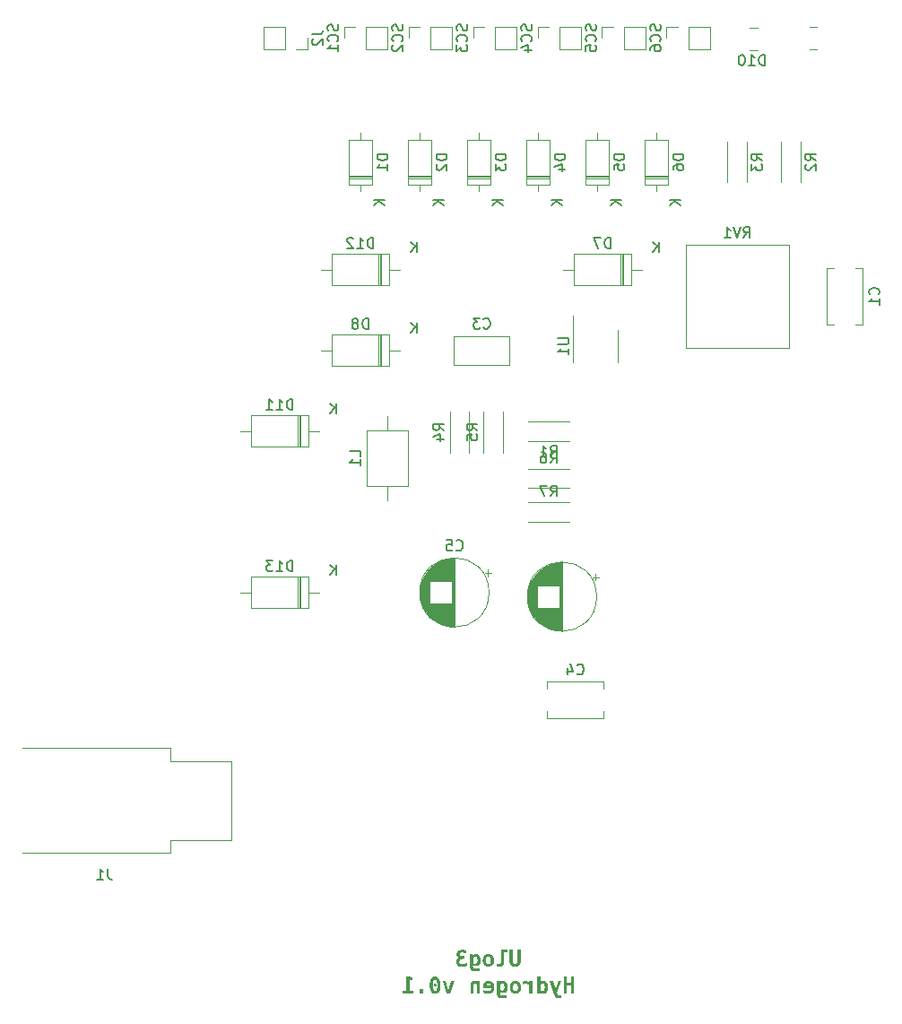
<source format=gbr>
%TF.GenerationSoftware,KiCad,Pcbnew,8.0.3-8.0.3-0~ubuntu22.04.1*%
%TF.CreationDate,2024-06-19T22:48:04+05:30*%
%TF.ProjectId,eps,6570732e-6b69-4636-9164-5f7063625858,rev?*%
%TF.SameCoordinates,Original*%
%TF.FileFunction,Legend,Bot*%
%TF.FilePolarity,Positive*%
%FSLAX46Y46*%
G04 Gerber Fmt 4.6, Leading zero omitted, Abs format (unit mm)*
G04 Created by KiCad (PCBNEW 8.0.3-8.0.3-0~ubuntu22.04.1) date 2024-06-19 22:48:04*
%MOMM*%
%LPD*%
G01*
G04 APERTURE LIST*
%ADD10C,0.300000*%
%ADD11C,0.150000*%
%ADD12C,0.120000*%
G04 APERTURE END LIST*
D10*
G36*
X147210823Y-121102997D02*
G01*
X147210823Y-120117477D01*
X146906741Y-120117477D01*
X146906741Y-121180300D01*
X146899814Y-121254926D01*
X146873768Y-121327715D01*
X146848122Y-121364214D01*
X146787885Y-121409545D01*
X146716505Y-121428907D01*
X146685090Y-121430526D01*
X146608286Y-121419582D01*
X146542209Y-121383318D01*
X146522791Y-121364214D01*
X146482469Y-121296194D01*
X146465880Y-121222486D01*
X146463806Y-121180300D01*
X146463806Y-120117477D01*
X146159724Y-120117477D01*
X146159724Y-121102997D01*
X146161676Y-121177128D01*
X146169606Y-121262419D01*
X146183636Y-121339516D01*
X146208525Y-121421218D01*
X146242197Y-121491122D01*
X146284654Y-121549228D01*
X146346409Y-121603475D01*
X146410894Y-121639367D01*
X146486045Y-121665470D01*
X146571860Y-121681785D01*
X146651519Y-121687903D01*
X146685457Y-121688447D01*
X146767779Y-121685048D01*
X146842786Y-121674851D01*
X146923135Y-121653642D01*
X146992949Y-121622644D01*
X147061083Y-121574108D01*
X147085893Y-121549228D01*
X147134572Y-121480291D01*
X147166780Y-121408421D01*
X147190205Y-121324752D01*
X147203015Y-121246016D01*
X147209725Y-121159087D01*
X147210823Y-121102997D01*
G37*
G36*
X145658171Y-121184330D02*
G01*
X145658171Y-120305055D01*
X145964085Y-120305055D01*
X145964085Y-120070582D01*
X145355921Y-120070582D01*
X145355921Y-121184330D01*
X145351806Y-121260708D01*
X145334155Y-121337107D01*
X145313789Y-121374839D01*
X145252194Y-121418290D01*
X145176780Y-121430472D01*
X145170540Y-121430526D01*
X144929473Y-121430526D01*
X144929473Y-121665000D01*
X145255170Y-121665000D01*
X145331678Y-121661097D01*
X145410127Y-121646679D01*
X145485529Y-121617192D01*
X145545727Y-121573830D01*
X145564382Y-121553991D01*
X145605415Y-121489122D01*
X145631701Y-121417297D01*
X145647089Y-121344542D01*
X145655881Y-121261457D01*
X145658171Y-121184330D01*
G37*
G36*
X144188799Y-120493264D02*
G01*
X144274596Y-120502709D01*
X144353388Y-120523489D01*
X144425172Y-120555603D01*
X144489950Y-120599051D01*
X144547721Y-120653834D01*
X144589411Y-120707000D01*
X144630112Y-120778166D01*
X144660637Y-120857370D01*
X144678303Y-120929512D01*
X144688902Y-121007235D01*
X144692435Y-121090540D01*
X144690174Y-121157631D01*
X144680988Y-121236471D01*
X144664736Y-121309729D01*
X144635906Y-121390272D01*
X144596901Y-121462778D01*
X144547721Y-121527247D01*
X144519711Y-121556055D01*
X144458437Y-121605170D01*
X144390156Y-121642952D01*
X144314868Y-121669399D01*
X144232573Y-121684511D01*
X144158642Y-121688447D01*
X144128397Y-121687817D01*
X144042367Y-121678372D01*
X143963396Y-121657592D01*
X143891483Y-121625478D01*
X143826627Y-121582029D01*
X143768831Y-121527247D01*
X143727141Y-121474081D01*
X143686440Y-121402915D01*
X143655914Y-121323711D01*
X143638249Y-121251569D01*
X143627650Y-121173845D01*
X143624117Y-121090540D01*
X143926001Y-121090540D01*
X143927513Y-121142279D01*
X143936219Y-121217395D01*
X143955266Y-121290624D01*
X143987916Y-121357986D01*
X144021668Y-121399981D01*
X144083457Y-121440475D01*
X144158642Y-121453974D01*
X144203860Y-121449381D01*
X144276022Y-121416479D01*
X144329002Y-121357986D01*
X144346733Y-121326148D01*
X144373180Y-121251415D01*
X144386704Y-121171553D01*
X144390551Y-121090540D01*
X144389048Y-121038802D01*
X144380393Y-120963686D01*
X144361459Y-120890457D01*
X144329002Y-120823094D01*
X144295136Y-120781100D01*
X144233432Y-120740605D01*
X144158642Y-120727107D01*
X144107031Y-120733106D01*
X144040776Y-120764602D01*
X143987916Y-120823094D01*
X143970079Y-120854933D01*
X143943475Y-120929666D01*
X143929871Y-121009528D01*
X143926001Y-121090540D01*
X143624117Y-121090540D01*
X143626378Y-121023450D01*
X143635564Y-120944610D01*
X143651816Y-120871351D01*
X143680646Y-120790809D01*
X143719651Y-120718303D01*
X143768831Y-120653834D01*
X143796847Y-120625026D01*
X143858173Y-120575910D01*
X143926557Y-120538129D01*
X144001999Y-120511682D01*
X144084500Y-120496569D01*
X144158642Y-120492634D01*
X144188799Y-120493264D01*
G37*
G36*
X143048324Y-120495101D02*
G01*
X143125924Y-120511292D01*
X143195916Y-120542595D01*
X143258299Y-120589010D01*
X143313073Y-120650537D01*
X143340293Y-120691753D01*
X143374318Y-120760103D01*
X143400177Y-120836284D01*
X143417869Y-120920295D01*
X143426376Y-120996287D01*
X143429211Y-121077718D01*
X143428757Y-121109810D01*
X143423654Y-121186348D01*
X143410044Y-121271227D01*
X143388268Y-121348507D01*
X143358326Y-121418188D01*
X143313073Y-121489877D01*
X143282677Y-121525426D01*
X143223366Y-121576231D01*
X143156272Y-121612521D01*
X143081395Y-121634294D01*
X142998733Y-121641552D01*
X142966662Y-121640595D01*
X142890644Y-121629149D01*
X142820680Y-121602351D01*
X142807196Y-121594568D01*
X142747406Y-121544739D01*
X142703077Y-121481817D01*
X142703077Y-121604183D01*
X142706878Y-121669533D01*
X142724517Y-121744285D01*
X142763893Y-121810080D01*
X142808415Y-121844856D01*
X142879032Y-121869585D01*
X142952205Y-121876025D01*
X142987195Y-121875214D01*
X143061771Y-121867888D01*
X143134654Y-121852944D01*
X143167786Y-121843538D01*
X143238776Y-121817059D01*
X143308677Y-121782236D01*
X143308677Y-122063604D01*
X143272798Y-122072096D01*
X143195854Y-122087491D01*
X143120000Y-122098775D01*
X143085163Y-122102759D01*
X143009155Y-122108564D01*
X142932421Y-122110498D01*
X142897861Y-122110002D01*
X142816808Y-122104415D01*
X142743394Y-122092621D01*
X142665380Y-122070274D01*
X142588266Y-122032905D01*
X142526123Y-121983370D01*
X142503731Y-121958205D01*
X142460049Y-121888616D01*
X142432151Y-121816857D01*
X142413062Y-121733919D01*
X142403885Y-121656263D01*
X142400826Y-121570844D01*
X142400826Y-121066727D01*
X142703077Y-121066727D01*
X142703306Y-121085812D01*
X142710004Y-121165745D01*
X142728322Y-121243140D01*
X142761695Y-121314389D01*
X142784991Y-121345889D01*
X142844479Y-121391782D01*
X142916301Y-121407079D01*
X142950472Y-121403833D01*
X143020285Y-121371015D01*
X143069075Y-121314755D01*
X143085856Y-121284357D01*
X143110887Y-121214275D01*
X143123686Y-121140618D01*
X143127327Y-121066727D01*
X143127099Y-121047600D01*
X143120444Y-120967586D01*
X143102240Y-120890306D01*
X143069075Y-120819431D01*
X143049986Y-120792834D01*
X142992065Y-120744778D01*
X142916301Y-120727107D01*
X142881619Y-120730378D01*
X142810914Y-120763457D01*
X142761695Y-120820163D01*
X142747957Y-120844292D01*
X142721624Y-120912978D01*
X142707714Y-120985013D01*
X142703077Y-121066727D01*
X142400826Y-121066727D01*
X142400826Y-120516081D01*
X142703077Y-120516081D01*
X142703077Y-120658963D01*
X142714675Y-120639735D01*
X142763381Y-120581181D01*
X142824710Y-120536231D01*
X142849386Y-120523671D01*
X142923998Y-120499829D01*
X143000565Y-120492634D01*
X143048324Y-120495101D01*
G37*
G36*
X141701437Y-120961580D02*
G01*
X141864103Y-120961580D01*
X141864103Y-120703660D01*
X141701437Y-120703660D01*
X141623470Y-120697374D01*
X141550741Y-120674153D01*
X141525582Y-120658963D01*
X141476985Y-120601133D01*
X141463300Y-120532934D01*
X141478871Y-120457005D01*
X141525582Y-120399944D01*
X141595241Y-120365495D01*
X141673845Y-120352700D01*
X141701437Y-120351950D01*
X141779475Y-120356578D01*
X141856209Y-120369164D01*
X141886817Y-120376130D01*
X141962037Y-120397081D01*
X142032798Y-120421718D01*
X142091981Y-120445739D01*
X142091981Y-120164371D01*
X142019327Y-120142852D01*
X141947452Y-120125142D01*
X141882787Y-120112348D01*
X141806710Y-120101185D01*
X141732899Y-120095174D01*
X141684951Y-120094030D01*
X141611551Y-120096606D01*
X141530390Y-120106497D01*
X141456776Y-120123808D01*
X141380433Y-120153381D01*
X141314364Y-120193051D01*
X141305764Y-120199542D01*
X141246298Y-120257130D01*
X141203823Y-120324747D01*
X141178338Y-120402394D01*
X141169975Y-120478561D01*
X141169842Y-120490069D01*
X141177499Y-120570190D01*
X141200468Y-120640651D01*
X141243421Y-120707000D01*
X141248244Y-120712452D01*
X141303600Y-120760659D01*
X141372121Y-120797203D01*
X141445048Y-120820119D01*
X141471727Y-120825659D01*
X141394195Y-120844756D01*
X141326463Y-120873103D01*
X141261980Y-120916051D01*
X141220401Y-120957550D01*
X141178428Y-121020559D01*
X141150192Y-121093769D01*
X141136625Y-121167408D01*
X141133572Y-121227927D01*
X141138609Y-121308397D01*
X141153717Y-121381371D01*
X141184073Y-121457032D01*
X141228139Y-121522491D01*
X141276821Y-121570478D01*
X141345698Y-121616444D01*
X141414615Y-121646858D01*
X141492650Y-121668977D01*
X141579805Y-121682802D01*
X141659400Y-121687986D01*
X141693011Y-121688447D01*
X141772674Y-121686282D01*
X141851472Y-121679789D01*
X141922355Y-121670129D01*
X141998763Y-121655882D01*
X142072835Y-121637826D01*
X142138143Y-121618105D01*
X142138143Y-121336737D01*
X142069830Y-121365667D01*
X141997880Y-121389489D01*
X141929316Y-121406713D01*
X141850648Y-121420271D01*
X141776803Y-121427712D01*
X141700739Y-121430503D01*
X141693011Y-121430526D01*
X141614189Y-121423643D01*
X141542027Y-121400433D01*
X141497372Y-121372274D01*
X141448035Y-121313200D01*
X141426326Y-121238557D01*
X141425198Y-121214371D01*
X141433727Y-121137746D01*
X141462483Y-121068967D01*
X141497372Y-121027526D01*
X141559900Y-120987340D01*
X141631972Y-120966796D01*
X141701437Y-120961580D01*
G37*
G36*
X152258949Y-122657477D02*
G01*
X151954867Y-122657477D01*
X151954867Y-123243660D01*
X151574581Y-123243660D01*
X151574581Y-122657477D01*
X151270498Y-122657477D01*
X151270498Y-124205000D01*
X151574581Y-124205000D01*
X151574581Y-123501580D01*
X151954867Y-123501580D01*
X151954867Y-124205000D01*
X152258949Y-124205000D01*
X152258949Y-122657477D01*
G37*
G36*
X150404047Y-124333593D02*
G01*
X150431811Y-124401604D01*
X150466375Y-124468855D01*
X150508873Y-124531155D01*
X150549860Y-124574661D01*
X150612624Y-124617838D01*
X150684047Y-124643092D01*
X150756489Y-124650498D01*
X151005983Y-124650498D01*
X151005983Y-124416025D01*
X150883251Y-124416025D01*
X150807222Y-124408941D01*
X150747330Y-124383785D01*
X150701087Y-124326035D01*
X150668071Y-124256508D01*
X150659769Y-124235408D01*
X150637055Y-124173859D01*
X151075959Y-123056081D01*
X150758688Y-123056081D01*
X150494905Y-123801999D01*
X150242480Y-123056081D01*
X149924842Y-123056081D01*
X150404047Y-124333593D01*
G37*
G36*
X149058391Y-123211420D02*
G01*
X149076232Y-123184576D01*
X149126719Y-123124995D01*
X149187718Y-123077330D01*
X149206425Y-123066855D01*
X149276590Y-123041189D01*
X149354047Y-123032634D01*
X149403867Y-123035050D01*
X149483971Y-123050903D01*
X149555065Y-123081552D01*
X149617148Y-123126998D01*
X149670219Y-123187240D01*
X149702094Y-123238828D01*
X149733212Y-123309376D01*
X149756550Y-123389352D01*
X149770056Y-123463201D01*
X149778160Y-123543597D01*
X149780861Y-123630540D01*
X149779155Y-123699709D01*
X149772225Y-123780550D01*
X149759964Y-123855149D01*
X149738214Y-123936426D01*
X149708788Y-124008713D01*
X149671685Y-124072009D01*
X149643000Y-124108674D01*
X149586106Y-124161075D01*
X149520693Y-124198504D01*
X149446759Y-124220961D01*
X149364305Y-124228447D01*
X149326253Y-124226772D01*
X149250436Y-124211656D01*
X149183688Y-124180819D01*
X149151395Y-124157756D01*
X149098680Y-124103110D01*
X149058391Y-124039036D01*
X149058391Y-124205000D01*
X148757606Y-124205000D01*
X148757606Y-123630540D01*
X149058391Y-123630540D01*
X149059777Y-123681874D01*
X149067763Y-123756567D01*
X149085231Y-123829648D01*
X149115177Y-123897254D01*
X149137915Y-123930123D01*
X149197077Y-123978011D01*
X149269783Y-123993974D01*
X149304984Y-123990573D01*
X149375599Y-123956192D01*
X149423290Y-123897254D01*
X149439333Y-123865240D01*
X149463261Y-123790478D01*
X149475497Y-123710957D01*
X149478977Y-123630540D01*
X149477618Y-123579206D01*
X149469787Y-123504514D01*
X149452656Y-123431433D01*
X149423290Y-123363827D01*
X149400926Y-123330957D01*
X149342308Y-123283070D01*
X149269783Y-123267107D01*
X149228951Y-123271735D01*
X149163538Y-123304888D01*
X149115177Y-123363827D01*
X149098818Y-123395841D01*
X149074418Y-123470602D01*
X149061940Y-123550123D01*
X149058391Y-123630540D01*
X148757606Y-123630540D01*
X148757606Y-122610582D01*
X149058391Y-122610582D01*
X149058391Y-123211420D01*
G37*
G36*
X147424406Y-123384344D02*
G01*
X147478170Y-123333053D01*
X147540544Y-123296416D01*
X147614619Y-123273547D01*
X147685990Y-123267107D01*
X147759929Y-123272972D01*
X147835175Y-123294315D01*
X147853419Y-123302644D01*
X147916800Y-123345784D01*
X147964061Y-123404860D01*
X147992113Y-123473267D01*
X147998866Y-123504877D01*
X148006010Y-123578700D01*
X148008242Y-123654022D01*
X148008391Y-123682930D01*
X148008391Y-124205000D01*
X148310642Y-124205000D01*
X148310642Y-123056081D01*
X148008391Y-123056081D01*
X148008391Y-123226807D01*
X147968497Y-123163214D01*
X147915312Y-123111471D01*
X147872470Y-123083558D01*
X147799397Y-123052526D01*
X147724720Y-123036662D01*
X147658147Y-123032634D01*
X147581897Y-123039646D01*
X147537247Y-123050586D01*
X147468834Y-123077716D01*
X147424406Y-123102976D01*
X147424406Y-123384344D01*
G37*
G36*
X146742351Y-123033264D02*
G01*
X146828148Y-123042709D01*
X146906940Y-123063489D01*
X146978724Y-123095603D01*
X147043502Y-123139051D01*
X147101273Y-123193834D01*
X147142963Y-123247000D01*
X147183664Y-123318166D01*
X147214189Y-123397370D01*
X147231855Y-123469512D01*
X147242454Y-123547235D01*
X147245987Y-123630540D01*
X147243726Y-123697631D01*
X147234540Y-123776471D01*
X147218288Y-123849729D01*
X147189458Y-123930272D01*
X147150453Y-124002778D01*
X147101273Y-124067247D01*
X147073263Y-124096055D01*
X147011989Y-124145170D01*
X146943708Y-124182952D01*
X146868420Y-124209399D01*
X146786125Y-124224511D01*
X146712194Y-124228447D01*
X146681949Y-124227817D01*
X146595919Y-124218372D01*
X146516948Y-124197592D01*
X146445035Y-124165478D01*
X146380179Y-124122029D01*
X146322383Y-124067247D01*
X146280693Y-124014081D01*
X146239992Y-123942915D01*
X146209466Y-123863711D01*
X146191801Y-123791569D01*
X146181202Y-123713845D01*
X146177669Y-123630540D01*
X146479553Y-123630540D01*
X146481064Y-123682279D01*
X146489771Y-123757395D01*
X146508818Y-123830624D01*
X146541468Y-123897986D01*
X146575220Y-123939981D01*
X146637009Y-123980475D01*
X146712194Y-123993974D01*
X146757412Y-123989381D01*
X146829574Y-123956479D01*
X146882554Y-123897986D01*
X146900285Y-123866148D01*
X146926732Y-123791415D01*
X146940256Y-123711553D01*
X146944103Y-123630540D01*
X146942600Y-123578802D01*
X146933945Y-123503686D01*
X146915011Y-123430457D01*
X146882554Y-123363094D01*
X146848688Y-123321100D01*
X146786984Y-123280605D01*
X146712194Y-123267107D01*
X146660583Y-123273106D01*
X146594328Y-123304602D01*
X146541468Y-123363094D01*
X146523631Y-123394933D01*
X146497027Y-123469666D01*
X146483423Y-123549528D01*
X146479553Y-123630540D01*
X146177669Y-123630540D01*
X146179930Y-123563450D01*
X146189116Y-123484610D01*
X146205368Y-123411351D01*
X146234198Y-123330809D01*
X146273203Y-123258303D01*
X146322383Y-123193834D01*
X146350399Y-123165026D01*
X146411725Y-123115910D01*
X146480109Y-123078129D01*
X146555551Y-123051682D01*
X146638052Y-123036569D01*
X146712194Y-123032634D01*
X146742351Y-123033264D01*
G37*
G36*
X145601876Y-123035101D02*
G01*
X145679476Y-123051292D01*
X145749468Y-123082595D01*
X145811851Y-123129010D01*
X145866625Y-123190537D01*
X145893845Y-123231753D01*
X145927870Y-123300103D01*
X145953729Y-123376284D01*
X145971421Y-123460295D01*
X145979928Y-123536287D01*
X145982763Y-123617718D01*
X145982309Y-123649810D01*
X145977206Y-123726348D01*
X145963596Y-123811227D01*
X145941820Y-123888507D01*
X145911878Y-123958188D01*
X145866625Y-124029877D01*
X145836229Y-124065426D01*
X145776918Y-124116231D01*
X145709824Y-124152521D01*
X145634947Y-124174294D01*
X145552285Y-124181552D01*
X145520214Y-124180595D01*
X145444196Y-124169149D01*
X145374232Y-124142351D01*
X145360748Y-124134568D01*
X145300958Y-124084739D01*
X145256629Y-124021817D01*
X145256629Y-124144183D01*
X145260430Y-124209533D01*
X145278069Y-124284285D01*
X145317445Y-124350080D01*
X145361967Y-124384856D01*
X145432584Y-124409585D01*
X145505757Y-124416025D01*
X145540747Y-124415214D01*
X145615323Y-124407888D01*
X145688206Y-124392944D01*
X145721338Y-124383538D01*
X145792328Y-124357059D01*
X145862229Y-124322236D01*
X145862229Y-124603604D01*
X145826350Y-124612096D01*
X145749406Y-124627491D01*
X145673551Y-124638775D01*
X145638715Y-124642759D01*
X145562707Y-124648564D01*
X145485973Y-124650498D01*
X145451413Y-124650002D01*
X145370360Y-124644415D01*
X145296946Y-124632621D01*
X145218932Y-124610274D01*
X145141818Y-124572905D01*
X145079675Y-124523370D01*
X145057283Y-124498205D01*
X145013601Y-124428616D01*
X144985703Y-124356857D01*
X144966614Y-124273919D01*
X144957437Y-124196263D01*
X144954378Y-124110844D01*
X144954378Y-123606727D01*
X145256629Y-123606727D01*
X145256858Y-123625812D01*
X145263556Y-123705745D01*
X145281874Y-123783140D01*
X145315247Y-123854389D01*
X145338543Y-123885889D01*
X145398031Y-123931782D01*
X145469853Y-123947079D01*
X145504024Y-123943833D01*
X145573837Y-123911015D01*
X145622627Y-123854755D01*
X145639408Y-123824357D01*
X145664439Y-123754275D01*
X145677238Y-123680618D01*
X145680879Y-123606727D01*
X145680651Y-123587600D01*
X145673995Y-123507586D01*
X145655792Y-123430306D01*
X145622627Y-123359431D01*
X145603538Y-123332834D01*
X145545617Y-123284778D01*
X145469853Y-123267107D01*
X145435171Y-123270378D01*
X145364466Y-123303457D01*
X145315247Y-123360163D01*
X145301509Y-123384292D01*
X145275176Y-123452978D01*
X145261266Y-123525013D01*
X145256629Y-123606727D01*
X144954378Y-123606727D01*
X144954378Y-123056081D01*
X145256629Y-123056081D01*
X145256629Y-123198963D01*
X145268227Y-123179735D01*
X145316933Y-123121181D01*
X145378262Y-123076231D01*
X145402938Y-123063671D01*
X145477550Y-123039829D01*
X145554117Y-123032634D01*
X145601876Y-123035101D01*
G37*
G36*
X144223385Y-123034057D02*
G01*
X144297190Y-123042755D01*
X144378836Y-123063629D01*
X144452935Y-123095889D01*
X144519485Y-123139535D01*
X144578489Y-123194567D01*
X144620918Y-123247910D01*
X144662340Y-123319454D01*
X144693406Y-123399215D01*
X144711384Y-123471960D01*
X144722171Y-123550412D01*
X144725767Y-123634570D01*
X144723380Y-123704454D01*
X144713682Y-123785884D01*
X144696525Y-123860732D01*
X144666090Y-123941858D01*
X144624912Y-124013505D01*
X144572993Y-124075673D01*
X144521810Y-124119685D01*
X144451605Y-124162653D01*
X144371818Y-124194878D01*
X144298008Y-124213527D01*
X144217544Y-124224717D01*
X144130425Y-124228447D01*
X144055621Y-124226157D01*
X143976146Y-124218349D01*
X143899616Y-124205000D01*
X143831774Y-124188055D01*
X143758057Y-124164127D01*
X143685293Y-124134658D01*
X143685293Y-123853290D01*
X143692176Y-123857831D01*
X143760025Y-123898989D01*
X143826085Y-123932420D01*
X143896685Y-123960268D01*
X143947266Y-123975014D01*
X144023910Y-123989234D01*
X144101482Y-123993974D01*
X144120870Y-123993725D01*
X144200568Y-123986441D01*
X144274642Y-123966520D01*
X144338520Y-123930226D01*
X144380359Y-123883715D01*
X144410446Y-123810900D01*
X144418754Y-123736053D01*
X143636566Y-123736053D01*
X143636566Y-123609291D01*
X143638782Y-123542619D01*
X143643522Y-123501580D01*
X143940648Y-123501580D01*
X144415823Y-123502679D01*
X144409787Y-123462180D01*
X144387049Y-123392079D01*
X144342550Y-123328656D01*
X144322173Y-123310925D01*
X144254172Y-123277265D01*
X144176587Y-123267107D01*
X144141901Y-123268556D01*
X144064608Y-123285886D01*
X144002198Y-123326458D01*
X143976094Y-123359660D01*
X143948913Y-123428654D01*
X143940648Y-123501580D01*
X143643522Y-123501580D01*
X143647781Y-123464704D01*
X143663704Y-123392817D01*
X143691950Y-123314511D01*
X143730165Y-123244886D01*
X143778349Y-123183942D01*
X143805879Y-123156902D01*
X143867025Y-123110800D01*
X143936285Y-123075337D01*
X144013659Y-123050513D01*
X144099148Y-123036328D01*
X144176587Y-123032634D01*
X144223385Y-123034057D01*
G37*
G36*
X142453942Y-123455052D02*
G01*
X142453942Y-124205000D01*
X142753628Y-124205000D01*
X142753628Y-123501214D01*
X142757827Y-123423262D01*
X142775319Y-123348470D01*
X142789166Y-123321329D01*
X142847253Y-123276056D01*
X142905303Y-123267107D01*
X142978026Y-123285425D01*
X143033531Y-123340380D01*
X143063893Y-123409286D01*
X143077494Y-123482231D01*
X143080425Y-123543712D01*
X143080425Y-124205000D01*
X143380111Y-124205000D01*
X143380111Y-123056081D01*
X143080425Y-123056081D01*
X143080425Y-123224242D01*
X143047030Y-123156894D01*
X142994297Y-123099512D01*
X142971249Y-123082826D01*
X142903180Y-123050328D01*
X142831009Y-123035036D01*
X142784769Y-123032634D01*
X142707901Y-123039274D01*
X142633413Y-123062619D01*
X142571618Y-123102773D01*
X142537473Y-123138879D01*
X142497095Y-123206696D01*
X142472296Y-123280845D01*
X142459163Y-123356431D01*
X142454024Y-123442010D01*
X142453942Y-123455052D01*
G37*
G36*
X139842864Y-123056081D02*
G01*
X140209595Y-124205000D01*
X140581821Y-124205000D01*
X140948551Y-123056081D01*
X140642637Y-123056081D01*
X140396074Y-123952575D01*
X140148778Y-123056081D01*
X139842864Y-123056081D01*
G37*
G36*
X139158725Y-123292890D02*
G01*
X139223709Y-123327923D01*
X139239897Y-123347684D01*
X139260711Y-123419881D01*
X139258399Y-123446236D01*
X139223709Y-123511838D01*
X139204154Y-123527867D01*
X139132850Y-123548475D01*
X139106655Y-123546139D01*
X139041259Y-123511106D01*
X139025070Y-123491391D01*
X139004256Y-123419881D01*
X139006569Y-123393663D01*
X139041259Y-123327923D01*
X139060860Y-123311574D01*
X139132850Y-123290554D01*
X139158725Y-123292890D01*
G37*
G36*
X139179468Y-122635781D02*
G01*
X139252170Y-122646486D01*
X139331172Y-122672177D01*
X139401183Y-122711882D01*
X139462204Y-122765600D01*
X139514235Y-122833332D01*
X139529585Y-122858981D01*
X139563628Y-122929956D01*
X139591481Y-123010715D01*
X139609307Y-123082368D01*
X139623171Y-123160283D01*
X139633075Y-123244461D01*
X139639017Y-123334902D01*
X139640997Y-123431605D01*
X139640874Y-123456323D01*
X139637903Y-123551303D01*
X139630970Y-123640054D01*
X139620077Y-123722578D01*
X139605222Y-123798873D01*
X139581083Y-123885484D01*
X139550754Y-123962363D01*
X139514235Y-124029511D01*
X139489344Y-124065063D01*
X139432818Y-124125676D01*
X139367301Y-124172302D01*
X139292795Y-124204940D01*
X139209298Y-124223590D01*
X139132850Y-124228447D01*
X139086101Y-124226702D01*
X139013209Y-124216036D01*
X138934027Y-124190439D01*
X138863887Y-124150881D01*
X138802789Y-124097360D01*
X138750732Y-124029877D01*
X138735382Y-124004271D01*
X138701340Y-123933379D01*
X138673487Y-123852666D01*
X138655661Y-123781024D01*
X138641796Y-123703098D01*
X138631893Y-123618885D01*
X138625951Y-123528388D01*
X138623970Y-123431605D01*
X138929884Y-123431605D01*
X138929932Y-123449063D01*
X138931597Y-123531871D01*
X138935642Y-123607201D01*
X138943636Y-123687727D01*
X138957293Y-123768064D01*
X138978611Y-123841933D01*
X139006386Y-123898192D01*
X139061529Y-123952443D01*
X139132850Y-123970526D01*
X139193057Y-123957968D01*
X139250759Y-123909746D01*
X139286723Y-123841933D01*
X139289698Y-123833746D01*
X139310100Y-123757485D01*
X139322993Y-123675054D01*
X139330361Y-123592733D01*
X139333903Y-123515908D01*
X139335083Y-123431605D01*
X139335036Y-123414101D01*
X139333383Y-123331089D01*
X139329369Y-123255591D01*
X139321435Y-123174911D01*
X139307881Y-123094458D01*
X139286723Y-123020544D01*
X139262706Y-122970437D01*
X139208970Y-122913173D01*
X139132850Y-122891950D01*
X139072293Y-122904508D01*
X139014453Y-122952731D01*
X138978611Y-123020544D01*
X138975613Y-123028731D01*
X138955057Y-123105049D01*
X138942066Y-123187606D01*
X138934643Y-123270089D01*
X138931074Y-123347090D01*
X138929884Y-123431605D01*
X138623970Y-123431605D01*
X138624094Y-123406774D01*
X138627065Y-123311397D01*
X138633997Y-123222327D01*
X138644891Y-123139566D01*
X138659746Y-123063113D01*
X138683885Y-122976418D01*
X138714214Y-122899580D01*
X138750732Y-122832599D01*
X138775630Y-122797112D01*
X138832208Y-122736611D01*
X138897827Y-122690071D01*
X138972488Y-122657493D01*
X139056191Y-122638877D01*
X139132850Y-122634030D01*
X139179468Y-122635781D01*
G37*
G36*
X138041817Y-123829842D02*
G01*
X137698900Y-123829842D01*
X137698900Y-124205000D01*
X138041817Y-124205000D01*
X138041817Y-123829842D01*
G37*
G36*
X137047505Y-123947079D02*
G01*
X136707519Y-123947079D01*
X136707519Y-122915397D01*
X137024057Y-122985739D01*
X137024057Y-122727819D01*
X136705687Y-122657477D01*
X136411863Y-122657477D01*
X136411863Y-123947079D01*
X136071877Y-123947079D01*
X136071877Y-124205000D01*
X137047505Y-124205000D01*
X137047505Y-123947079D01*
G37*
D11*
X162594819Y-44981905D02*
X161594819Y-44981905D01*
X161594819Y-44981905D02*
X161594819Y-45220000D01*
X161594819Y-45220000D02*
X161642438Y-45362857D01*
X161642438Y-45362857D02*
X161737676Y-45458095D01*
X161737676Y-45458095D02*
X161832914Y-45505714D01*
X161832914Y-45505714D02*
X162023390Y-45553333D01*
X162023390Y-45553333D02*
X162166247Y-45553333D01*
X162166247Y-45553333D02*
X162356723Y-45505714D01*
X162356723Y-45505714D02*
X162451961Y-45458095D01*
X162451961Y-45458095D02*
X162547200Y-45362857D01*
X162547200Y-45362857D02*
X162594819Y-45220000D01*
X162594819Y-45220000D02*
X162594819Y-44981905D01*
X161594819Y-46410476D02*
X161594819Y-46220000D01*
X161594819Y-46220000D02*
X161642438Y-46124762D01*
X161642438Y-46124762D02*
X161690057Y-46077143D01*
X161690057Y-46077143D02*
X161832914Y-45981905D01*
X161832914Y-45981905D02*
X162023390Y-45934286D01*
X162023390Y-45934286D02*
X162404342Y-45934286D01*
X162404342Y-45934286D02*
X162499580Y-45981905D01*
X162499580Y-45981905D02*
X162547200Y-46029524D01*
X162547200Y-46029524D02*
X162594819Y-46124762D01*
X162594819Y-46124762D02*
X162594819Y-46315238D01*
X162594819Y-46315238D02*
X162547200Y-46410476D01*
X162547200Y-46410476D02*
X162499580Y-46458095D01*
X162499580Y-46458095D02*
X162404342Y-46505714D01*
X162404342Y-46505714D02*
X162166247Y-46505714D01*
X162166247Y-46505714D02*
X162071009Y-46458095D01*
X162071009Y-46458095D02*
X162023390Y-46410476D01*
X162023390Y-46410476D02*
X161975771Y-46315238D01*
X161975771Y-46315238D02*
X161975771Y-46124762D01*
X161975771Y-46124762D02*
X162023390Y-46029524D01*
X162023390Y-46029524D02*
X162071009Y-45981905D01*
X162071009Y-45981905D02*
X162166247Y-45934286D01*
X162274819Y-49268095D02*
X161274819Y-49268095D01*
X162274819Y-49839523D02*
X161703390Y-49410952D01*
X161274819Y-49839523D02*
X161846247Y-49268095D01*
X148209700Y-32738095D02*
X148257319Y-32880952D01*
X148257319Y-32880952D02*
X148257319Y-33119047D01*
X148257319Y-33119047D02*
X148209700Y-33214285D01*
X148209700Y-33214285D02*
X148162080Y-33261904D01*
X148162080Y-33261904D02*
X148066842Y-33309523D01*
X148066842Y-33309523D02*
X147971604Y-33309523D01*
X147971604Y-33309523D02*
X147876366Y-33261904D01*
X147876366Y-33261904D02*
X147828747Y-33214285D01*
X147828747Y-33214285D02*
X147781128Y-33119047D01*
X147781128Y-33119047D02*
X147733509Y-32928571D01*
X147733509Y-32928571D02*
X147685890Y-32833333D01*
X147685890Y-32833333D02*
X147638271Y-32785714D01*
X147638271Y-32785714D02*
X147543033Y-32738095D01*
X147543033Y-32738095D02*
X147447795Y-32738095D01*
X147447795Y-32738095D02*
X147352557Y-32785714D01*
X147352557Y-32785714D02*
X147304938Y-32833333D01*
X147304938Y-32833333D02*
X147257319Y-32928571D01*
X147257319Y-32928571D02*
X147257319Y-33166666D01*
X147257319Y-33166666D02*
X147304938Y-33309523D01*
X148162080Y-34309523D02*
X148209700Y-34261904D01*
X148209700Y-34261904D02*
X148257319Y-34119047D01*
X148257319Y-34119047D02*
X148257319Y-34023809D01*
X148257319Y-34023809D02*
X148209700Y-33880952D01*
X148209700Y-33880952D02*
X148114461Y-33785714D01*
X148114461Y-33785714D02*
X148019223Y-33738095D01*
X148019223Y-33738095D02*
X147828747Y-33690476D01*
X147828747Y-33690476D02*
X147685890Y-33690476D01*
X147685890Y-33690476D02*
X147495414Y-33738095D01*
X147495414Y-33738095D02*
X147400176Y-33785714D01*
X147400176Y-33785714D02*
X147304938Y-33880952D01*
X147304938Y-33880952D02*
X147257319Y-34023809D01*
X147257319Y-34023809D02*
X147257319Y-34119047D01*
X147257319Y-34119047D02*
X147304938Y-34261904D01*
X147304938Y-34261904D02*
X147352557Y-34309523D01*
X147590652Y-35166666D02*
X148257319Y-35166666D01*
X147209700Y-34928571D02*
X147923985Y-34690476D01*
X147923985Y-34690476D02*
X147923985Y-35309523D01*
X127514819Y-33666666D02*
X128229104Y-33666666D01*
X128229104Y-33666666D02*
X128371961Y-33619047D01*
X128371961Y-33619047D02*
X128467200Y-33523809D01*
X128467200Y-33523809D02*
X128514819Y-33380952D01*
X128514819Y-33380952D02*
X128514819Y-33285714D01*
X127610057Y-34095238D02*
X127562438Y-34142857D01*
X127562438Y-34142857D02*
X127514819Y-34238095D01*
X127514819Y-34238095D02*
X127514819Y-34476190D01*
X127514819Y-34476190D02*
X127562438Y-34571428D01*
X127562438Y-34571428D02*
X127610057Y-34619047D01*
X127610057Y-34619047D02*
X127705295Y-34666666D01*
X127705295Y-34666666D02*
X127800533Y-34666666D01*
X127800533Y-34666666D02*
X127943390Y-34619047D01*
X127943390Y-34619047D02*
X128514819Y-34047619D01*
X128514819Y-34047619D02*
X128514819Y-34666666D01*
X132074819Y-73493333D02*
X132074819Y-73017143D01*
X132074819Y-73017143D02*
X131074819Y-73017143D01*
X132074819Y-74350476D02*
X132074819Y-73779048D01*
X132074819Y-74064762D02*
X131074819Y-74064762D01*
X131074819Y-74064762D02*
X131217676Y-73969524D01*
X131217676Y-73969524D02*
X131312914Y-73874286D01*
X131312914Y-73874286D02*
X131360533Y-73779048D01*
X108213333Y-112454819D02*
X108213333Y-113169104D01*
X108213333Y-113169104D02*
X108260952Y-113311961D01*
X108260952Y-113311961D02*
X108356190Y-113407200D01*
X108356190Y-113407200D02*
X108499047Y-113454819D01*
X108499047Y-113454819D02*
X108594285Y-113454819D01*
X107213333Y-113454819D02*
X107784761Y-113454819D01*
X107499047Y-113454819D02*
X107499047Y-112454819D01*
X107499047Y-112454819D02*
X107594285Y-112597676D01*
X107594285Y-112597676D02*
X107689523Y-112692914D01*
X107689523Y-112692914D02*
X107784761Y-112740533D01*
X139974819Y-71043333D02*
X139498628Y-70710000D01*
X139974819Y-70471905D02*
X138974819Y-70471905D01*
X138974819Y-70471905D02*
X138974819Y-70852857D01*
X138974819Y-70852857D02*
X139022438Y-70948095D01*
X139022438Y-70948095D02*
X139070057Y-70995714D01*
X139070057Y-70995714D02*
X139165295Y-71043333D01*
X139165295Y-71043333D02*
X139308152Y-71043333D01*
X139308152Y-71043333D02*
X139403390Y-70995714D01*
X139403390Y-70995714D02*
X139451009Y-70948095D01*
X139451009Y-70948095D02*
X139498628Y-70852857D01*
X139498628Y-70852857D02*
X139498628Y-70471905D01*
X139308152Y-71900476D02*
X139974819Y-71900476D01*
X138927200Y-71662381D02*
X139641485Y-71424286D01*
X139641485Y-71424286D02*
X139641485Y-72043333D01*
X181009580Y-58213333D02*
X181057200Y-58165714D01*
X181057200Y-58165714D02*
X181104819Y-58022857D01*
X181104819Y-58022857D02*
X181104819Y-57927619D01*
X181104819Y-57927619D02*
X181057200Y-57784762D01*
X181057200Y-57784762D02*
X180961961Y-57689524D01*
X180961961Y-57689524D02*
X180866723Y-57641905D01*
X180866723Y-57641905D02*
X180676247Y-57594286D01*
X180676247Y-57594286D02*
X180533390Y-57594286D01*
X180533390Y-57594286D02*
X180342914Y-57641905D01*
X180342914Y-57641905D02*
X180247676Y-57689524D01*
X180247676Y-57689524D02*
X180152438Y-57784762D01*
X180152438Y-57784762D02*
X180104819Y-57927619D01*
X180104819Y-57927619D02*
X180104819Y-58022857D01*
X180104819Y-58022857D02*
X180152438Y-58165714D01*
X180152438Y-58165714D02*
X180200057Y-58213333D01*
X181104819Y-59165714D02*
X181104819Y-58594286D01*
X181104819Y-58880000D02*
X180104819Y-58880000D01*
X180104819Y-58880000D02*
X180247676Y-58784762D01*
X180247676Y-58784762D02*
X180342914Y-58689524D01*
X180342914Y-58689524D02*
X180390533Y-58594286D01*
X125674285Y-84344819D02*
X125674285Y-83344819D01*
X125674285Y-83344819D02*
X125436190Y-83344819D01*
X125436190Y-83344819D02*
X125293333Y-83392438D01*
X125293333Y-83392438D02*
X125198095Y-83487676D01*
X125198095Y-83487676D02*
X125150476Y-83582914D01*
X125150476Y-83582914D02*
X125102857Y-83773390D01*
X125102857Y-83773390D02*
X125102857Y-83916247D01*
X125102857Y-83916247D02*
X125150476Y-84106723D01*
X125150476Y-84106723D02*
X125198095Y-84201961D01*
X125198095Y-84201961D02*
X125293333Y-84297200D01*
X125293333Y-84297200D02*
X125436190Y-84344819D01*
X125436190Y-84344819D02*
X125674285Y-84344819D01*
X124150476Y-84344819D02*
X124721904Y-84344819D01*
X124436190Y-84344819D02*
X124436190Y-83344819D01*
X124436190Y-83344819D02*
X124531428Y-83487676D01*
X124531428Y-83487676D02*
X124626666Y-83582914D01*
X124626666Y-83582914D02*
X124721904Y-83630533D01*
X123817142Y-83344819D02*
X123198095Y-83344819D01*
X123198095Y-83344819D02*
X123531428Y-83725771D01*
X123531428Y-83725771D02*
X123388571Y-83725771D01*
X123388571Y-83725771D02*
X123293333Y-83773390D01*
X123293333Y-83773390D02*
X123245714Y-83821009D01*
X123245714Y-83821009D02*
X123198095Y-83916247D01*
X123198095Y-83916247D02*
X123198095Y-84154342D01*
X123198095Y-84154342D02*
X123245714Y-84249580D01*
X123245714Y-84249580D02*
X123293333Y-84297200D01*
X123293333Y-84297200D02*
X123388571Y-84344819D01*
X123388571Y-84344819D02*
X123674285Y-84344819D01*
X123674285Y-84344819D02*
X123769523Y-84297200D01*
X123769523Y-84297200D02*
X123817142Y-84249580D01*
X129801904Y-84714819D02*
X129801904Y-83714819D01*
X129230476Y-84714819D02*
X129659047Y-84143390D01*
X129230476Y-83714819D02*
X129801904Y-84286247D01*
X150026666Y-74124819D02*
X150359999Y-73648628D01*
X150598094Y-74124819D02*
X150598094Y-73124819D01*
X150598094Y-73124819D02*
X150217142Y-73124819D01*
X150217142Y-73124819D02*
X150121904Y-73172438D01*
X150121904Y-73172438D02*
X150074285Y-73220057D01*
X150074285Y-73220057D02*
X150026666Y-73315295D01*
X150026666Y-73315295D02*
X150026666Y-73458152D01*
X150026666Y-73458152D02*
X150074285Y-73553390D01*
X150074285Y-73553390D02*
X150121904Y-73601009D01*
X150121904Y-73601009D02*
X150217142Y-73648628D01*
X150217142Y-73648628D02*
X150598094Y-73648628D01*
X149169523Y-73124819D02*
X149359999Y-73124819D01*
X149359999Y-73124819D02*
X149455237Y-73172438D01*
X149455237Y-73172438D02*
X149502856Y-73220057D01*
X149502856Y-73220057D02*
X149598094Y-73362914D01*
X149598094Y-73362914D02*
X149645713Y-73553390D01*
X149645713Y-73553390D02*
X149645713Y-73934342D01*
X149645713Y-73934342D02*
X149598094Y-74029580D01*
X149598094Y-74029580D02*
X149550475Y-74077200D01*
X149550475Y-74077200D02*
X149455237Y-74124819D01*
X149455237Y-74124819D02*
X149264761Y-74124819D01*
X149264761Y-74124819D02*
X149169523Y-74077200D01*
X149169523Y-74077200D02*
X149121904Y-74029580D01*
X149121904Y-74029580D02*
X149074285Y-73934342D01*
X149074285Y-73934342D02*
X149074285Y-73696247D01*
X149074285Y-73696247D02*
X149121904Y-73601009D01*
X149121904Y-73601009D02*
X149169523Y-73553390D01*
X149169523Y-73553390D02*
X149264761Y-73505771D01*
X149264761Y-73505771D02*
X149455237Y-73505771D01*
X149455237Y-73505771D02*
X149550475Y-73553390D01*
X149550475Y-73553390D02*
X149598094Y-73601009D01*
X149598094Y-73601009D02*
X149645713Y-73696247D01*
X150026666Y-73494819D02*
X150359999Y-73018628D01*
X150598094Y-73494819D02*
X150598094Y-72494819D01*
X150598094Y-72494819D02*
X150217142Y-72494819D01*
X150217142Y-72494819D02*
X150121904Y-72542438D01*
X150121904Y-72542438D02*
X150074285Y-72590057D01*
X150074285Y-72590057D02*
X150026666Y-72685295D01*
X150026666Y-72685295D02*
X150026666Y-72828152D01*
X150026666Y-72828152D02*
X150074285Y-72923390D01*
X150074285Y-72923390D02*
X150121904Y-72971009D01*
X150121904Y-72971009D02*
X150217142Y-73018628D01*
X150217142Y-73018628D02*
X150598094Y-73018628D01*
X149074285Y-73494819D02*
X149645713Y-73494819D01*
X149359999Y-73494819D02*
X149359999Y-72494819D01*
X149359999Y-72494819D02*
X149455237Y-72637676D01*
X149455237Y-72637676D02*
X149550475Y-72732914D01*
X149550475Y-72732914D02*
X149645713Y-72780533D01*
X141116666Y-82319580D02*
X141164285Y-82367200D01*
X141164285Y-82367200D02*
X141307142Y-82414819D01*
X141307142Y-82414819D02*
X141402380Y-82414819D01*
X141402380Y-82414819D02*
X141545237Y-82367200D01*
X141545237Y-82367200D02*
X141640475Y-82271961D01*
X141640475Y-82271961D02*
X141688094Y-82176723D01*
X141688094Y-82176723D02*
X141735713Y-81986247D01*
X141735713Y-81986247D02*
X141735713Y-81843390D01*
X141735713Y-81843390D02*
X141688094Y-81652914D01*
X141688094Y-81652914D02*
X141640475Y-81557676D01*
X141640475Y-81557676D02*
X141545237Y-81462438D01*
X141545237Y-81462438D02*
X141402380Y-81414819D01*
X141402380Y-81414819D02*
X141307142Y-81414819D01*
X141307142Y-81414819D02*
X141164285Y-81462438D01*
X141164285Y-81462438D02*
X141116666Y-81510057D01*
X140211904Y-81414819D02*
X140688094Y-81414819D01*
X140688094Y-81414819D02*
X140735713Y-81891009D01*
X140735713Y-81891009D02*
X140688094Y-81843390D01*
X140688094Y-81843390D02*
X140592856Y-81795771D01*
X140592856Y-81795771D02*
X140354761Y-81795771D01*
X140354761Y-81795771D02*
X140259523Y-81843390D01*
X140259523Y-81843390D02*
X140211904Y-81891009D01*
X140211904Y-81891009D02*
X140164285Y-81986247D01*
X140164285Y-81986247D02*
X140164285Y-82224342D01*
X140164285Y-82224342D02*
X140211904Y-82319580D01*
X140211904Y-82319580D02*
X140259523Y-82367200D01*
X140259523Y-82367200D02*
X140354761Y-82414819D01*
X140354761Y-82414819D02*
X140592856Y-82414819D01*
X140592856Y-82414819D02*
X140688094Y-82367200D01*
X140688094Y-82367200D02*
X140735713Y-82319580D01*
X168250238Y-52859819D02*
X168583571Y-52383628D01*
X168821666Y-52859819D02*
X168821666Y-51859819D01*
X168821666Y-51859819D02*
X168440714Y-51859819D01*
X168440714Y-51859819D02*
X168345476Y-51907438D01*
X168345476Y-51907438D02*
X168297857Y-51955057D01*
X168297857Y-51955057D02*
X168250238Y-52050295D01*
X168250238Y-52050295D02*
X168250238Y-52193152D01*
X168250238Y-52193152D02*
X168297857Y-52288390D01*
X168297857Y-52288390D02*
X168345476Y-52336009D01*
X168345476Y-52336009D02*
X168440714Y-52383628D01*
X168440714Y-52383628D02*
X168821666Y-52383628D01*
X167964523Y-51859819D02*
X167631190Y-52859819D01*
X167631190Y-52859819D02*
X167297857Y-51859819D01*
X166440714Y-52859819D02*
X167012142Y-52859819D01*
X166726428Y-52859819D02*
X166726428Y-51859819D01*
X166726428Y-51859819D02*
X166821666Y-52002676D01*
X166821666Y-52002676D02*
X166916904Y-52097914D01*
X166916904Y-52097914D02*
X167012142Y-52145533D01*
X143124819Y-71043333D02*
X142648628Y-70710000D01*
X143124819Y-70471905D02*
X142124819Y-70471905D01*
X142124819Y-70471905D02*
X142124819Y-70852857D01*
X142124819Y-70852857D02*
X142172438Y-70948095D01*
X142172438Y-70948095D02*
X142220057Y-70995714D01*
X142220057Y-70995714D02*
X142315295Y-71043333D01*
X142315295Y-71043333D02*
X142458152Y-71043333D01*
X142458152Y-71043333D02*
X142553390Y-70995714D01*
X142553390Y-70995714D02*
X142601009Y-70948095D01*
X142601009Y-70948095D02*
X142648628Y-70852857D01*
X142648628Y-70852857D02*
X142648628Y-70471905D01*
X142124819Y-71948095D02*
X142124819Y-71471905D01*
X142124819Y-71471905D02*
X142601009Y-71424286D01*
X142601009Y-71424286D02*
X142553390Y-71471905D01*
X142553390Y-71471905D02*
X142505771Y-71567143D01*
X142505771Y-71567143D02*
X142505771Y-71805238D01*
X142505771Y-71805238D02*
X142553390Y-71900476D01*
X142553390Y-71900476D02*
X142601009Y-71948095D01*
X142601009Y-71948095D02*
X142696247Y-71995714D01*
X142696247Y-71995714D02*
X142934342Y-71995714D01*
X142934342Y-71995714D02*
X143029580Y-71948095D01*
X143029580Y-71948095D02*
X143077200Y-71900476D01*
X143077200Y-71900476D02*
X143124819Y-71805238D01*
X143124819Y-71805238D02*
X143124819Y-71567143D01*
X143124819Y-71567143D02*
X143077200Y-71471905D01*
X143077200Y-71471905D02*
X143029580Y-71424286D01*
X155678094Y-53864819D02*
X155678094Y-52864819D01*
X155678094Y-52864819D02*
X155439999Y-52864819D01*
X155439999Y-52864819D02*
X155297142Y-52912438D01*
X155297142Y-52912438D02*
X155201904Y-53007676D01*
X155201904Y-53007676D02*
X155154285Y-53102914D01*
X155154285Y-53102914D02*
X155106666Y-53293390D01*
X155106666Y-53293390D02*
X155106666Y-53436247D01*
X155106666Y-53436247D02*
X155154285Y-53626723D01*
X155154285Y-53626723D02*
X155201904Y-53721961D01*
X155201904Y-53721961D02*
X155297142Y-53817200D01*
X155297142Y-53817200D02*
X155439999Y-53864819D01*
X155439999Y-53864819D02*
X155678094Y-53864819D01*
X154773332Y-52864819D02*
X154106666Y-52864819D01*
X154106666Y-52864819D02*
X154535237Y-53864819D01*
X160281904Y-54234819D02*
X160281904Y-53234819D01*
X159710476Y-54234819D02*
X160139047Y-53663390D01*
X159710476Y-53234819D02*
X160281904Y-53806247D01*
X125674285Y-69104819D02*
X125674285Y-68104819D01*
X125674285Y-68104819D02*
X125436190Y-68104819D01*
X125436190Y-68104819D02*
X125293333Y-68152438D01*
X125293333Y-68152438D02*
X125198095Y-68247676D01*
X125198095Y-68247676D02*
X125150476Y-68342914D01*
X125150476Y-68342914D02*
X125102857Y-68533390D01*
X125102857Y-68533390D02*
X125102857Y-68676247D01*
X125102857Y-68676247D02*
X125150476Y-68866723D01*
X125150476Y-68866723D02*
X125198095Y-68961961D01*
X125198095Y-68961961D02*
X125293333Y-69057200D01*
X125293333Y-69057200D02*
X125436190Y-69104819D01*
X125436190Y-69104819D02*
X125674285Y-69104819D01*
X124150476Y-69104819D02*
X124721904Y-69104819D01*
X124436190Y-69104819D02*
X124436190Y-68104819D01*
X124436190Y-68104819D02*
X124531428Y-68247676D01*
X124531428Y-68247676D02*
X124626666Y-68342914D01*
X124626666Y-68342914D02*
X124721904Y-68390533D01*
X123198095Y-69104819D02*
X123769523Y-69104819D01*
X123483809Y-69104819D02*
X123483809Y-68104819D01*
X123483809Y-68104819D02*
X123579047Y-68247676D01*
X123579047Y-68247676D02*
X123674285Y-68342914D01*
X123674285Y-68342914D02*
X123769523Y-68390533D01*
X129801904Y-69474819D02*
X129801904Y-68474819D01*
X129230476Y-69474819D02*
X129659047Y-68903390D01*
X129230476Y-68474819D02*
X129801904Y-69046247D01*
X140242819Y-44981905D02*
X139242819Y-44981905D01*
X139242819Y-44981905D02*
X139242819Y-45220000D01*
X139242819Y-45220000D02*
X139290438Y-45362857D01*
X139290438Y-45362857D02*
X139385676Y-45458095D01*
X139385676Y-45458095D02*
X139480914Y-45505714D01*
X139480914Y-45505714D02*
X139671390Y-45553333D01*
X139671390Y-45553333D02*
X139814247Y-45553333D01*
X139814247Y-45553333D02*
X140004723Y-45505714D01*
X140004723Y-45505714D02*
X140099961Y-45458095D01*
X140099961Y-45458095D02*
X140195200Y-45362857D01*
X140195200Y-45362857D02*
X140242819Y-45220000D01*
X140242819Y-45220000D02*
X140242819Y-44981905D01*
X139338057Y-45934286D02*
X139290438Y-45981905D01*
X139290438Y-45981905D02*
X139242819Y-46077143D01*
X139242819Y-46077143D02*
X139242819Y-46315238D01*
X139242819Y-46315238D02*
X139290438Y-46410476D01*
X139290438Y-46410476D02*
X139338057Y-46458095D01*
X139338057Y-46458095D02*
X139433295Y-46505714D01*
X139433295Y-46505714D02*
X139528533Y-46505714D01*
X139528533Y-46505714D02*
X139671390Y-46458095D01*
X139671390Y-46458095D02*
X140242819Y-45886667D01*
X140242819Y-45886667D02*
X140242819Y-46505714D01*
X139922819Y-49268095D02*
X138922819Y-49268095D01*
X139922819Y-49839523D02*
X139351390Y-49410952D01*
X138922819Y-49839523D02*
X139494247Y-49268095D01*
X150026666Y-77274819D02*
X150359999Y-76798628D01*
X150598094Y-77274819D02*
X150598094Y-76274819D01*
X150598094Y-76274819D02*
X150217142Y-76274819D01*
X150217142Y-76274819D02*
X150121904Y-76322438D01*
X150121904Y-76322438D02*
X150074285Y-76370057D01*
X150074285Y-76370057D02*
X150026666Y-76465295D01*
X150026666Y-76465295D02*
X150026666Y-76608152D01*
X150026666Y-76608152D02*
X150074285Y-76703390D01*
X150074285Y-76703390D02*
X150121904Y-76751009D01*
X150121904Y-76751009D02*
X150217142Y-76798628D01*
X150217142Y-76798628D02*
X150598094Y-76798628D01*
X149693332Y-76274819D02*
X149026666Y-76274819D01*
X149026666Y-76274819D02*
X149455237Y-77274819D01*
X133294285Y-53864819D02*
X133294285Y-52864819D01*
X133294285Y-52864819D02*
X133056190Y-52864819D01*
X133056190Y-52864819D02*
X132913333Y-52912438D01*
X132913333Y-52912438D02*
X132818095Y-53007676D01*
X132818095Y-53007676D02*
X132770476Y-53102914D01*
X132770476Y-53102914D02*
X132722857Y-53293390D01*
X132722857Y-53293390D02*
X132722857Y-53436247D01*
X132722857Y-53436247D02*
X132770476Y-53626723D01*
X132770476Y-53626723D02*
X132818095Y-53721961D01*
X132818095Y-53721961D02*
X132913333Y-53817200D01*
X132913333Y-53817200D02*
X133056190Y-53864819D01*
X133056190Y-53864819D02*
X133294285Y-53864819D01*
X131770476Y-53864819D02*
X132341904Y-53864819D01*
X132056190Y-53864819D02*
X132056190Y-52864819D01*
X132056190Y-52864819D02*
X132151428Y-53007676D01*
X132151428Y-53007676D02*
X132246666Y-53102914D01*
X132246666Y-53102914D02*
X132341904Y-53150533D01*
X131389523Y-52960057D02*
X131341904Y-52912438D01*
X131341904Y-52912438D02*
X131246666Y-52864819D01*
X131246666Y-52864819D02*
X131008571Y-52864819D01*
X131008571Y-52864819D02*
X130913333Y-52912438D01*
X130913333Y-52912438D02*
X130865714Y-52960057D01*
X130865714Y-52960057D02*
X130818095Y-53055295D01*
X130818095Y-53055295D02*
X130818095Y-53150533D01*
X130818095Y-53150533D02*
X130865714Y-53293390D01*
X130865714Y-53293390D02*
X131437142Y-53864819D01*
X131437142Y-53864819D02*
X130818095Y-53864819D01*
X137421904Y-54234819D02*
X137421904Y-53234819D01*
X136850476Y-54234819D02*
X137279047Y-53663390D01*
X136850476Y-53234819D02*
X137421904Y-53806247D01*
X145830819Y-44981905D02*
X144830819Y-44981905D01*
X144830819Y-44981905D02*
X144830819Y-45220000D01*
X144830819Y-45220000D02*
X144878438Y-45362857D01*
X144878438Y-45362857D02*
X144973676Y-45458095D01*
X144973676Y-45458095D02*
X145068914Y-45505714D01*
X145068914Y-45505714D02*
X145259390Y-45553333D01*
X145259390Y-45553333D02*
X145402247Y-45553333D01*
X145402247Y-45553333D02*
X145592723Y-45505714D01*
X145592723Y-45505714D02*
X145687961Y-45458095D01*
X145687961Y-45458095D02*
X145783200Y-45362857D01*
X145783200Y-45362857D02*
X145830819Y-45220000D01*
X145830819Y-45220000D02*
X145830819Y-44981905D01*
X144830819Y-45886667D02*
X144830819Y-46505714D01*
X144830819Y-46505714D02*
X145211771Y-46172381D01*
X145211771Y-46172381D02*
X145211771Y-46315238D01*
X145211771Y-46315238D02*
X145259390Y-46410476D01*
X145259390Y-46410476D02*
X145307009Y-46458095D01*
X145307009Y-46458095D02*
X145402247Y-46505714D01*
X145402247Y-46505714D02*
X145640342Y-46505714D01*
X145640342Y-46505714D02*
X145735580Y-46458095D01*
X145735580Y-46458095D02*
X145783200Y-46410476D01*
X145783200Y-46410476D02*
X145830819Y-46315238D01*
X145830819Y-46315238D02*
X145830819Y-46029524D01*
X145830819Y-46029524D02*
X145783200Y-45934286D01*
X145783200Y-45934286D02*
X145735580Y-45886667D01*
X145510819Y-49268095D02*
X144510819Y-49268095D01*
X145510819Y-49839523D02*
X144939390Y-49410952D01*
X144510819Y-49839523D02*
X145082247Y-49268095D01*
X151418819Y-44981905D02*
X150418819Y-44981905D01*
X150418819Y-44981905D02*
X150418819Y-45220000D01*
X150418819Y-45220000D02*
X150466438Y-45362857D01*
X150466438Y-45362857D02*
X150561676Y-45458095D01*
X150561676Y-45458095D02*
X150656914Y-45505714D01*
X150656914Y-45505714D02*
X150847390Y-45553333D01*
X150847390Y-45553333D02*
X150990247Y-45553333D01*
X150990247Y-45553333D02*
X151180723Y-45505714D01*
X151180723Y-45505714D02*
X151275961Y-45458095D01*
X151275961Y-45458095D02*
X151371200Y-45362857D01*
X151371200Y-45362857D02*
X151418819Y-45220000D01*
X151418819Y-45220000D02*
X151418819Y-44981905D01*
X150752152Y-46410476D02*
X151418819Y-46410476D01*
X150371200Y-46172381D02*
X151085485Y-45934286D01*
X151085485Y-45934286D02*
X151085485Y-46553333D01*
X151098819Y-49268095D02*
X150098819Y-49268095D01*
X151098819Y-49839523D02*
X150527390Y-49410952D01*
X150098819Y-49839523D02*
X150670247Y-49268095D01*
X142119075Y-32738095D02*
X142166694Y-32880952D01*
X142166694Y-32880952D02*
X142166694Y-33119047D01*
X142166694Y-33119047D02*
X142119075Y-33214285D01*
X142119075Y-33214285D02*
X142071455Y-33261904D01*
X142071455Y-33261904D02*
X141976217Y-33309523D01*
X141976217Y-33309523D02*
X141880979Y-33309523D01*
X141880979Y-33309523D02*
X141785741Y-33261904D01*
X141785741Y-33261904D02*
X141738122Y-33214285D01*
X141738122Y-33214285D02*
X141690503Y-33119047D01*
X141690503Y-33119047D02*
X141642884Y-32928571D01*
X141642884Y-32928571D02*
X141595265Y-32833333D01*
X141595265Y-32833333D02*
X141547646Y-32785714D01*
X141547646Y-32785714D02*
X141452408Y-32738095D01*
X141452408Y-32738095D02*
X141357170Y-32738095D01*
X141357170Y-32738095D02*
X141261932Y-32785714D01*
X141261932Y-32785714D02*
X141214313Y-32833333D01*
X141214313Y-32833333D02*
X141166694Y-32928571D01*
X141166694Y-32928571D02*
X141166694Y-33166666D01*
X141166694Y-33166666D02*
X141214313Y-33309523D01*
X142071455Y-34309523D02*
X142119075Y-34261904D01*
X142119075Y-34261904D02*
X142166694Y-34119047D01*
X142166694Y-34119047D02*
X142166694Y-34023809D01*
X142166694Y-34023809D02*
X142119075Y-33880952D01*
X142119075Y-33880952D02*
X142023836Y-33785714D01*
X142023836Y-33785714D02*
X141928598Y-33738095D01*
X141928598Y-33738095D02*
X141738122Y-33690476D01*
X141738122Y-33690476D02*
X141595265Y-33690476D01*
X141595265Y-33690476D02*
X141404789Y-33738095D01*
X141404789Y-33738095D02*
X141309551Y-33785714D01*
X141309551Y-33785714D02*
X141214313Y-33880952D01*
X141214313Y-33880952D02*
X141166694Y-34023809D01*
X141166694Y-34023809D02*
X141166694Y-34119047D01*
X141166694Y-34119047D02*
X141214313Y-34261904D01*
X141214313Y-34261904D02*
X141261932Y-34309523D01*
X141166694Y-34642857D02*
X141166694Y-35261904D01*
X141166694Y-35261904D02*
X141547646Y-34928571D01*
X141547646Y-34928571D02*
X141547646Y-35071428D01*
X141547646Y-35071428D02*
X141595265Y-35166666D01*
X141595265Y-35166666D02*
X141642884Y-35214285D01*
X141642884Y-35214285D02*
X141738122Y-35261904D01*
X141738122Y-35261904D02*
X141976217Y-35261904D01*
X141976217Y-35261904D02*
X142071455Y-35214285D01*
X142071455Y-35214285D02*
X142119075Y-35166666D01*
X142119075Y-35166666D02*
X142166694Y-35071428D01*
X142166694Y-35071428D02*
X142166694Y-34785714D01*
X142166694Y-34785714D02*
X142119075Y-34690476D01*
X142119075Y-34690476D02*
X142071455Y-34642857D01*
X170014819Y-45553333D02*
X169538628Y-45220000D01*
X170014819Y-44981905D02*
X169014819Y-44981905D01*
X169014819Y-44981905D02*
X169014819Y-45362857D01*
X169014819Y-45362857D02*
X169062438Y-45458095D01*
X169062438Y-45458095D02*
X169110057Y-45505714D01*
X169110057Y-45505714D02*
X169205295Y-45553333D01*
X169205295Y-45553333D02*
X169348152Y-45553333D01*
X169348152Y-45553333D02*
X169443390Y-45505714D01*
X169443390Y-45505714D02*
X169491009Y-45458095D01*
X169491009Y-45458095D02*
X169538628Y-45362857D01*
X169538628Y-45362857D02*
X169538628Y-44981905D01*
X169014819Y-45886667D02*
X169014819Y-46505714D01*
X169014819Y-46505714D02*
X169395771Y-46172381D01*
X169395771Y-46172381D02*
X169395771Y-46315238D01*
X169395771Y-46315238D02*
X169443390Y-46410476D01*
X169443390Y-46410476D02*
X169491009Y-46458095D01*
X169491009Y-46458095D02*
X169586247Y-46505714D01*
X169586247Y-46505714D02*
X169824342Y-46505714D01*
X169824342Y-46505714D02*
X169919580Y-46458095D01*
X169919580Y-46458095D02*
X169967200Y-46410476D01*
X169967200Y-46410476D02*
X170014819Y-46315238D01*
X170014819Y-46315238D02*
X170014819Y-46029524D01*
X170014819Y-46029524D02*
X169967200Y-45934286D01*
X169967200Y-45934286D02*
X169919580Y-45886667D01*
X157006819Y-44981905D02*
X156006819Y-44981905D01*
X156006819Y-44981905D02*
X156006819Y-45220000D01*
X156006819Y-45220000D02*
X156054438Y-45362857D01*
X156054438Y-45362857D02*
X156149676Y-45458095D01*
X156149676Y-45458095D02*
X156244914Y-45505714D01*
X156244914Y-45505714D02*
X156435390Y-45553333D01*
X156435390Y-45553333D02*
X156578247Y-45553333D01*
X156578247Y-45553333D02*
X156768723Y-45505714D01*
X156768723Y-45505714D02*
X156863961Y-45458095D01*
X156863961Y-45458095D02*
X156959200Y-45362857D01*
X156959200Y-45362857D02*
X157006819Y-45220000D01*
X157006819Y-45220000D02*
X157006819Y-44981905D01*
X156006819Y-46458095D02*
X156006819Y-45981905D01*
X156006819Y-45981905D02*
X156483009Y-45934286D01*
X156483009Y-45934286D02*
X156435390Y-45981905D01*
X156435390Y-45981905D02*
X156387771Y-46077143D01*
X156387771Y-46077143D02*
X156387771Y-46315238D01*
X156387771Y-46315238D02*
X156435390Y-46410476D01*
X156435390Y-46410476D02*
X156483009Y-46458095D01*
X156483009Y-46458095D02*
X156578247Y-46505714D01*
X156578247Y-46505714D02*
X156816342Y-46505714D01*
X156816342Y-46505714D02*
X156911580Y-46458095D01*
X156911580Y-46458095D02*
X156959200Y-46410476D01*
X156959200Y-46410476D02*
X157006819Y-46315238D01*
X157006819Y-46315238D02*
X157006819Y-46077143D01*
X157006819Y-46077143D02*
X156959200Y-45981905D01*
X156959200Y-45981905D02*
X156911580Y-45934286D01*
X156686819Y-49268095D02*
X155686819Y-49268095D01*
X156686819Y-49839523D02*
X156115390Y-49410952D01*
X155686819Y-49839523D02*
X156258247Y-49268095D01*
X132818094Y-61484819D02*
X132818094Y-60484819D01*
X132818094Y-60484819D02*
X132579999Y-60484819D01*
X132579999Y-60484819D02*
X132437142Y-60532438D01*
X132437142Y-60532438D02*
X132341904Y-60627676D01*
X132341904Y-60627676D02*
X132294285Y-60722914D01*
X132294285Y-60722914D02*
X132246666Y-60913390D01*
X132246666Y-60913390D02*
X132246666Y-61056247D01*
X132246666Y-61056247D02*
X132294285Y-61246723D01*
X132294285Y-61246723D02*
X132341904Y-61341961D01*
X132341904Y-61341961D02*
X132437142Y-61437200D01*
X132437142Y-61437200D02*
X132579999Y-61484819D01*
X132579999Y-61484819D02*
X132818094Y-61484819D01*
X131675237Y-60913390D02*
X131770475Y-60865771D01*
X131770475Y-60865771D02*
X131818094Y-60818152D01*
X131818094Y-60818152D02*
X131865713Y-60722914D01*
X131865713Y-60722914D02*
X131865713Y-60675295D01*
X131865713Y-60675295D02*
X131818094Y-60580057D01*
X131818094Y-60580057D02*
X131770475Y-60532438D01*
X131770475Y-60532438D02*
X131675237Y-60484819D01*
X131675237Y-60484819D02*
X131484761Y-60484819D01*
X131484761Y-60484819D02*
X131389523Y-60532438D01*
X131389523Y-60532438D02*
X131341904Y-60580057D01*
X131341904Y-60580057D02*
X131294285Y-60675295D01*
X131294285Y-60675295D02*
X131294285Y-60722914D01*
X131294285Y-60722914D02*
X131341904Y-60818152D01*
X131341904Y-60818152D02*
X131389523Y-60865771D01*
X131389523Y-60865771D02*
X131484761Y-60913390D01*
X131484761Y-60913390D02*
X131675237Y-60913390D01*
X131675237Y-60913390D02*
X131770475Y-60961009D01*
X131770475Y-60961009D02*
X131818094Y-61008628D01*
X131818094Y-61008628D02*
X131865713Y-61103866D01*
X131865713Y-61103866D02*
X131865713Y-61294342D01*
X131865713Y-61294342D02*
X131818094Y-61389580D01*
X131818094Y-61389580D02*
X131770475Y-61437200D01*
X131770475Y-61437200D02*
X131675237Y-61484819D01*
X131675237Y-61484819D02*
X131484761Y-61484819D01*
X131484761Y-61484819D02*
X131389523Y-61437200D01*
X131389523Y-61437200D02*
X131341904Y-61389580D01*
X131341904Y-61389580D02*
X131294285Y-61294342D01*
X131294285Y-61294342D02*
X131294285Y-61103866D01*
X131294285Y-61103866D02*
X131341904Y-61008628D01*
X131341904Y-61008628D02*
X131389523Y-60961009D01*
X131389523Y-60961009D02*
X131484761Y-60913390D01*
X137421904Y-61854819D02*
X137421904Y-60854819D01*
X136850476Y-61854819D02*
X137279047Y-61283390D01*
X136850476Y-60854819D02*
X137421904Y-61426247D01*
X160390950Y-32738095D02*
X160438569Y-32880952D01*
X160438569Y-32880952D02*
X160438569Y-33119047D01*
X160438569Y-33119047D02*
X160390950Y-33214285D01*
X160390950Y-33214285D02*
X160343330Y-33261904D01*
X160343330Y-33261904D02*
X160248092Y-33309523D01*
X160248092Y-33309523D02*
X160152854Y-33309523D01*
X160152854Y-33309523D02*
X160057616Y-33261904D01*
X160057616Y-33261904D02*
X160009997Y-33214285D01*
X160009997Y-33214285D02*
X159962378Y-33119047D01*
X159962378Y-33119047D02*
X159914759Y-32928571D01*
X159914759Y-32928571D02*
X159867140Y-32833333D01*
X159867140Y-32833333D02*
X159819521Y-32785714D01*
X159819521Y-32785714D02*
X159724283Y-32738095D01*
X159724283Y-32738095D02*
X159629045Y-32738095D01*
X159629045Y-32738095D02*
X159533807Y-32785714D01*
X159533807Y-32785714D02*
X159486188Y-32833333D01*
X159486188Y-32833333D02*
X159438569Y-32928571D01*
X159438569Y-32928571D02*
X159438569Y-33166666D01*
X159438569Y-33166666D02*
X159486188Y-33309523D01*
X160343330Y-34309523D02*
X160390950Y-34261904D01*
X160390950Y-34261904D02*
X160438569Y-34119047D01*
X160438569Y-34119047D02*
X160438569Y-34023809D01*
X160438569Y-34023809D02*
X160390950Y-33880952D01*
X160390950Y-33880952D02*
X160295711Y-33785714D01*
X160295711Y-33785714D02*
X160200473Y-33738095D01*
X160200473Y-33738095D02*
X160009997Y-33690476D01*
X160009997Y-33690476D02*
X159867140Y-33690476D01*
X159867140Y-33690476D02*
X159676664Y-33738095D01*
X159676664Y-33738095D02*
X159581426Y-33785714D01*
X159581426Y-33785714D02*
X159486188Y-33880952D01*
X159486188Y-33880952D02*
X159438569Y-34023809D01*
X159438569Y-34023809D02*
X159438569Y-34119047D01*
X159438569Y-34119047D02*
X159486188Y-34261904D01*
X159486188Y-34261904D02*
X159533807Y-34309523D01*
X159438569Y-35166666D02*
X159438569Y-34976190D01*
X159438569Y-34976190D02*
X159486188Y-34880952D01*
X159486188Y-34880952D02*
X159533807Y-34833333D01*
X159533807Y-34833333D02*
X159676664Y-34738095D01*
X159676664Y-34738095D02*
X159867140Y-34690476D01*
X159867140Y-34690476D02*
X160248092Y-34690476D01*
X160248092Y-34690476D02*
X160343330Y-34738095D01*
X160343330Y-34738095D02*
X160390950Y-34785714D01*
X160390950Y-34785714D02*
X160438569Y-34880952D01*
X160438569Y-34880952D02*
X160438569Y-35071428D01*
X160438569Y-35071428D02*
X160390950Y-35166666D01*
X160390950Y-35166666D02*
X160343330Y-35214285D01*
X160343330Y-35214285D02*
X160248092Y-35261904D01*
X160248092Y-35261904D02*
X160009997Y-35261904D01*
X160009997Y-35261904D02*
X159914759Y-35214285D01*
X159914759Y-35214285D02*
X159867140Y-35166666D01*
X159867140Y-35166666D02*
X159819521Y-35071428D01*
X159819521Y-35071428D02*
X159819521Y-34880952D01*
X159819521Y-34880952D02*
X159867140Y-34785714D01*
X159867140Y-34785714D02*
X159914759Y-34738095D01*
X159914759Y-34738095D02*
X160009997Y-34690476D01*
X152526666Y-94029580D02*
X152574285Y-94077200D01*
X152574285Y-94077200D02*
X152717142Y-94124819D01*
X152717142Y-94124819D02*
X152812380Y-94124819D01*
X152812380Y-94124819D02*
X152955237Y-94077200D01*
X152955237Y-94077200D02*
X153050475Y-93981961D01*
X153050475Y-93981961D02*
X153098094Y-93886723D01*
X153098094Y-93886723D02*
X153145713Y-93696247D01*
X153145713Y-93696247D02*
X153145713Y-93553390D01*
X153145713Y-93553390D02*
X153098094Y-93362914D01*
X153098094Y-93362914D02*
X153050475Y-93267676D01*
X153050475Y-93267676D02*
X152955237Y-93172438D01*
X152955237Y-93172438D02*
X152812380Y-93124819D01*
X152812380Y-93124819D02*
X152717142Y-93124819D01*
X152717142Y-93124819D02*
X152574285Y-93172438D01*
X152574285Y-93172438D02*
X152526666Y-93220057D01*
X151669523Y-93458152D02*
X151669523Y-94124819D01*
X151907618Y-93077200D02*
X152145713Y-93791485D01*
X152145713Y-93791485D02*
X151526666Y-93791485D01*
X136028450Y-32738095D02*
X136076069Y-32880952D01*
X136076069Y-32880952D02*
X136076069Y-33119047D01*
X136076069Y-33119047D02*
X136028450Y-33214285D01*
X136028450Y-33214285D02*
X135980830Y-33261904D01*
X135980830Y-33261904D02*
X135885592Y-33309523D01*
X135885592Y-33309523D02*
X135790354Y-33309523D01*
X135790354Y-33309523D02*
X135695116Y-33261904D01*
X135695116Y-33261904D02*
X135647497Y-33214285D01*
X135647497Y-33214285D02*
X135599878Y-33119047D01*
X135599878Y-33119047D02*
X135552259Y-32928571D01*
X135552259Y-32928571D02*
X135504640Y-32833333D01*
X135504640Y-32833333D02*
X135457021Y-32785714D01*
X135457021Y-32785714D02*
X135361783Y-32738095D01*
X135361783Y-32738095D02*
X135266545Y-32738095D01*
X135266545Y-32738095D02*
X135171307Y-32785714D01*
X135171307Y-32785714D02*
X135123688Y-32833333D01*
X135123688Y-32833333D02*
X135076069Y-32928571D01*
X135076069Y-32928571D02*
X135076069Y-33166666D01*
X135076069Y-33166666D02*
X135123688Y-33309523D01*
X135980830Y-34309523D02*
X136028450Y-34261904D01*
X136028450Y-34261904D02*
X136076069Y-34119047D01*
X136076069Y-34119047D02*
X136076069Y-34023809D01*
X136076069Y-34023809D02*
X136028450Y-33880952D01*
X136028450Y-33880952D02*
X135933211Y-33785714D01*
X135933211Y-33785714D02*
X135837973Y-33738095D01*
X135837973Y-33738095D02*
X135647497Y-33690476D01*
X135647497Y-33690476D02*
X135504640Y-33690476D01*
X135504640Y-33690476D02*
X135314164Y-33738095D01*
X135314164Y-33738095D02*
X135218926Y-33785714D01*
X135218926Y-33785714D02*
X135123688Y-33880952D01*
X135123688Y-33880952D02*
X135076069Y-34023809D01*
X135076069Y-34023809D02*
X135076069Y-34119047D01*
X135076069Y-34119047D02*
X135123688Y-34261904D01*
X135123688Y-34261904D02*
X135171307Y-34309523D01*
X135171307Y-34690476D02*
X135123688Y-34738095D01*
X135123688Y-34738095D02*
X135076069Y-34833333D01*
X135076069Y-34833333D02*
X135076069Y-35071428D01*
X135076069Y-35071428D02*
X135123688Y-35166666D01*
X135123688Y-35166666D02*
X135171307Y-35214285D01*
X135171307Y-35214285D02*
X135266545Y-35261904D01*
X135266545Y-35261904D02*
X135361783Y-35261904D01*
X135361783Y-35261904D02*
X135504640Y-35214285D01*
X135504640Y-35214285D02*
X136076069Y-34642857D01*
X136076069Y-34642857D02*
X136076069Y-35261904D01*
X143696666Y-61359580D02*
X143744285Y-61407200D01*
X143744285Y-61407200D02*
X143887142Y-61454819D01*
X143887142Y-61454819D02*
X143982380Y-61454819D01*
X143982380Y-61454819D02*
X144125237Y-61407200D01*
X144125237Y-61407200D02*
X144220475Y-61311961D01*
X144220475Y-61311961D02*
X144268094Y-61216723D01*
X144268094Y-61216723D02*
X144315713Y-61026247D01*
X144315713Y-61026247D02*
X144315713Y-60883390D01*
X144315713Y-60883390D02*
X144268094Y-60692914D01*
X144268094Y-60692914D02*
X144220475Y-60597676D01*
X144220475Y-60597676D02*
X144125237Y-60502438D01*
X144125237Y-60502438D02*
X143982380Y-60454819D01*
X143982380Y-60454819D02*
X143887142Y-60454819D01*
X143887142Y-60454819D02*
X143744285Y-60502438D01*
X143744285Y-60502438D02*
X143696666Y-60550057D01*
X143363332Y-60454819D02*
X142744285Y-60454819D01*
X142744285Y-60454819D02*
X143077618Y-60835771D01*
X143077618Y-60835771D02*
X142934761Y-60835771D01*
X142934761Y-60835771D02*
X142839523Y-60883390D01*
X142839523Y-60883390D02*
X142791904Y-60931009D01*
X142791904Y-60931009D02*
X142744285Y-61026247D01*
X142744285Y-61026247D02*
X142744285Y-61264342D01*
X142744285Y-61264342D02*
X142791904Y-61359580D01*
X142791904Y-61359580D02*
X142839523Y-61407200D01*
X142839523Y-61407200D02*
X142934761Y-61454819D01*
X142934761Y-61454819D02*
X143220475Y-61454819D01*
X143220475Y-61454819D02*
X143315713Y-61407200D01*
X143315713Y-61407200D02*
X143363332Y-61359580D01*
X154300325Y-32738095D02*
X154347944Y-32880952D01*
X154347944Y-32880952D02*
X154347944Y-33119047D01*
X154347944Y-33119047D02*
X154300325Y-33214285D01*
X154300325Y-33214285D02*
X154252705Y-33261904D01*
X154252705Y-33261904D02*
X154157467Y-33309523D01*
X154157467Y-33309523D02*
X154062229Y-33309523D01*
X154062229Y-33309523D02*
X153966991Y-33261904D01*
X153966991Y-33261904D02*
X153919372Y-33214285D01*
X153919372Y-33214285D02*
X153871753Y-33119047D01*
X153871753Y-33119047D02*
X153824134Y-32928571D01*
X153824134Y-32928571D02*
X153776515Y-32833333D01*
X153776515Y-32833333D02*
X153728896Y-32785714D01*
X153728896Y-32785714D02*
X153633658Y-32738095D01*
X153633658Y-32738095D02*
X153538420Y-32738095D01*
X153538420Y-32738095D02*
X153443182Y-32785714D01*
X153443182Y-32785714D02*
X153395563Y-32833333D01*
X153395563Y-32833333D02*
X153347944Y-32928571D01*
X153347944Y-32928571D02*
X153347944Y-33166666D01*
X153347944Y-33166666D02*
X153395563Y-33309523D01*
X154252705Y-34309523D02*
X154300325Y-34261904D01*
X154300325Y-34261904D02*
X154347944Y-34119047D01*
X154347944Y-34119047D02*
X154347944Y-34023809D01*
X154347944Y-34023809D02*
X154300325Y-33880952D01*
X154300325Y-33880952D02*
X154205086Y-33785714D01*
X154205086Y-33785714D02*
X154109848Y-33738095D01*
X154109848Y-33738095D02*
X153919372Y-33690476D01*
X153919372Y-33690476D02*
X153776515Y-33690476D01*
X153776515Y-33690476D02*
X153586039Y-33738095D01*
X153586039Y-33738095D02*
X153490801Y-33785714D01*
X153490801Y-33785714D02*
X153395563Y-33880952D01*
X153395563Y-33880952D02*
X153347944Y-34023809D01*
X153347944Y-34023809D02*
X153347944Y-34119047D01*
X153347944Y-34119047D02*
X153395563Y-34261904D01*
X153395563Y-34261904D02*
X153443182Y-34309523D01*
X153347944Y-35214285D02*
X153347944Y-34738095D01*
X153347944Y-34738095D02*
X153824134Y-34690476D01*
X153824134Y-34690476D02*
X153776515Y-34738095D01*
X153776515Y-34738095D02*
X153728896Y-34833333D01*
X153728896Y-34833333D02*
X153728896Y-35071428D01*
X153728896Y-35071428D02*
X153776515Y-35166666D01*
X153776515Y-35166666D02*
X153824134Y-35214285D01*
X153824134Y-35214285D02*
X153919372Y-35261904D01*
X153919372Y-35261904D02*
X154157467Y-35261904D01*
X154157467Y-35261904D02*
X154252705Y-35214285D01*
X154252705Y-35214285D02*
X154300325Y-35166666D01*
X154300325Y-35166666D02*
X154347944Y-35071428D01*
X154347944Y-35071428D02*
X154347944Y-34833333D01*
X154347944Y-34833333D02*
X154300325Y-34738095D01*
X154300325Y-34738095D02*
X154252705Y-34690476D01*
X170268660Y-36574819D02*
X170268660Y-35574819D01*
X170268660Y-35574819D02*
X170030565Y-35574819D01*
X170030565Y-35574819D02*
X169887708Y-35622438D01*
X169887708Y-35622438D02*
X169792470Y-35717676D01*
X169792470Y-35717676D02*
X169744851Y-35812914D01*
X169744851Y-35812914D02*
X169697232Y-36003390D01*
X169697232Y-36003390D02*
X169697232Y-36146247D01*
X169697232Y-36146247D02*
X169744851Y-36336723D01*
X169744851Y-36336723D02*
X169792470Y-36431961D01*
X169792470Y-36431961D02*
X169887708Y-36527200D01*
X169887708Y-36527200D02*
X170030565Y-36574819D01*
X170030565Y-36574819D02*
X170268660Y-36574819D01*
X168744851Y-36574819D02*
X169316279Y-36574819D01*
X169030565Y-36574819D02*
X169030565Y-35574819D01*
X169030565Y-35574819D02*
X169125803Y-35717676D01*
X169125803Y-35717676D02*
X169221041Y-35812914D01*
X169221041Y-35812914D02*
X169316279Y-35860533D01*
X168125803Y-35574819D02*
X168030565Y-35574819D01*
X168030565Y-35574819D02*
X167935327Y-35622438D01*
X167935327Y-35622438D02*
X167887708Y-35670057D01*
X167887708Y-35670057D02*
X167840089Y-35765295D01*
X167840089Y-35765295D02*
X167792470Y-35955771D01*
X167792470Y-35955771D02*
X167792470Y-36193866D01*
X167792470Y-36193866D02*
X167840089Y-36384342D01*
X167840089Y-36384342D02*
X167887708Y-36479580D01*
X167887708Y-36479580D02*
X167935327Y-36527200D01*
X167935327Y-36527200D02*
X168030565Y-36574819D01*
X168030565Y-36574819D02*
X168125803Y-36574819D01*
X168125803Y-36574819D02*
X168221041Y-36527200D01*
X168221041Y-36527200D02*
X168268660Y-36479580D01*
X168268660Y-36479580D02*
X168316279Y-36384342D01*
X168316279Y-36384342D02*
X168363898Y-36193866D01*
X168363898Y-36193866D02*
X168363898Y-35955771D01*
X168363898Y-35955771D02*
X168316279Y-35765295D01*
X168316279Y-35765295D02*
X168268660Y-35670057D01*
X168268660Y-35670057D02*
X168221041Y-35622438D01*
X168221041Y-35622438D02*
X168125803Y-35574819D01*
X175094819Y-45553333D02*
X174618628Y-45220000D01*
X175094819Y-44981905D02*
X174094819Y-44981905D01*
X174094819Y-44981905D02*
X174094819Y-45362857D01*
X174094819Y-45362857D02*
X174142438Y-45458095D01*
X174142438Y-45458095D02*
X174190057Y-45505714D01*
X174190057Y-45505714D02*
X174285295Y-45553333D01*
X174285295Y-45553333D02*
X174428152Y-45553333D01*
X174428152Y-45553333D02*
X174523390Y-45505714D01*
X174523390Y-45505714D02*
X174571009Y-45458095D01*
X174571009Y-45458095D02*
X174618628Y-45362857D01*
X174618628Y-45362857D02*
X174618628Y-44981905D01*
X174190057Y-45934286D02*
X174142438Y-45981905D01*
X174142438Y-45981905D02*
X174094819Y-46077143D01*
X174094819Y-46077143D02*
X174094819Y-46315238D01*
X174094819Y-46315238D02*
X174142438Y-46410476D01*
X174142438Y-46410476D02*
X174190057Y-46458095D01*
X174190057Y-46458095D02*
X174285295Y-46505714D01*
X174285295Y-46505714D02*
X174380533Y-46505714D01*
X174380533Y-46505714D02*
X174523390Y-46458095D01*
X174523390Y-46458095D02*
X175094819Y-45886667D01*
X175094819Y-45886667D02*
X175094819Y-46505714D01*
X150734819Y-62328095D02*
X151544342Y-62328095D01*
X151544342Y-62328095D02*
X151639580Y-62375714D01*
X151639580Y-62375714D02*
X151687200Y-62423333D01*
X151687200Y-62423333D02*
X151734819Y-62518571D01*
X151734819Y-62518571D02*
X151734819Y-62709047D01*
X151734819Y-62709047D02*
X151687200Y-62804285D01*
X151687200Y-62804285D02*
X151639580Y-62851904D01*
X151639580Y-62851904D02*
X151544342Y-62899523D01*
X151544342Y-62899523D02*
X150734819Y-62899523D01*
X151734819Y-63899523D02*
X151734819Y-63328095D01*
X151734819Y-63613809D02*
X150734819Y-63613809D01*
X150734819Y-63613809D02*
X150877676Y-63518571D01*
X150877676Y-63518571D02*
X150972914Y-63423333D01*
X150972914Y-63423333D02*
X151020533Y-63328095D01*
X134654819Y-44981905D02*
X133654819Y-44981905D01*
X133654819Y-44981905D02*
X133654819Y-45220000D01*
X133654819Y-45220000D02*
X133702438Y-45362857D01*
X133702438Y-45362857D02*
X133797676Y-45458095D01*
X133797676Y-45458095D02*
X133892914Y-45505714D01*
X133892914Y-45505714D02*
X134083390Y-45553333D01*
X134083390Y-45553333D02*
X134226247Y-45553333D01*
X134226247Y-45553333D02*
X134416723Y-45505714D01*
X134416723Y-45505714D02*
X134511961Y-45458095D01*
X134511961Y-45458095D02*
X134607200Y-45362857D01*
X134607200Y-45362857D02*
X134654819Y-45220000D01*
X134654819Y-45220000D02*
X134654819Y-44981905D01*
X134654819Y-46505714D02*
X134654819Y-45934286D01*
X134654819Y-46220000D02*
X133654819Y-46220000D01*
X133654819Y-46220000D02*
X133797676Y-46124762D01*
X133797676Y-46124762D02*
X133892914Y-46029524D01*
X133892914Y-46029524D02*
X133940533Y-45934286D01*
X134334819Y-49268095D02*
X133334819Y-49268095D01*
X134334819Y-49839523D02*
X133763390Y-49410952D01*
X133334819Y-49839523D02*
X133906247Y-49268095D01*
X129937825Y-32738095D02*
X129985444Y-32880952D01*
X129985444Y-32880952D02*
X129985444Y-33119047D01*
X129985444Y-33119047D02*
X129937825Y-33214285D01*
X129937825Y-33214285D02*
X129890205Y-33261904D01*
X129890205Y-33261904D02*
X129794967Y-33309523D01*
X129794967Y-33309523D02*
X129699729Y-33309523D01*
X129699729Y-33309523D02*
X129604491Y-33261904D01*
X129604491Y-33261904D02*
X129556872Y-33214285D01*
X129556872Y-33214285D02*
X129509253Y-33119047D01*
X129509253Y-33119047D02*
X129461634Y-32928571D01*
X129461634Y-32928571D02*
X129414015Y-32833333D01*
X129414015Y-32833333D02*
X129366396Y-32785714D01*
X129366396Y-32785714D02*
X129271158Y-32738095D01*
X129271158Y-32738095D02*
X129175920Y-32738095D01*
X129175920Y-32738095D02*
X129080682Y-32785714D01*
X129080682Y-32785714D02*
X129033063Y-32833333D01*
X129033063Y-32833333D02*
X128985444Y-32928571D01*
X128985444Y-32928571D02*
X128985444Y-33166666D01*
X128985444Y-33166666D02*
X129033063Y-33309523D01*
X129890205Y-34309523D02*
X129937825Y-34261904D01*
X129937825Y-34261904D02*
X129985444Y-34119047D01*
X129985444Y-34119047D02*
X129985444Y-34023809D01*
X129985444Y-34023809D02*
X129937825Y-33880952D01*
X129937825Y-33880952D02*
X129842586Y-33785714D01*
X129842586Y-33785714D02*
X129747348Y-33738095D01*
X129747348Y-33738095D02*
X129556872Y-33690476D01*
X129556872Y-33690476D02*
X129414015Y-33690476D01*
X129414015Y-33690476D02*
X129223539Y-33738095D01*
X129223539Y-33738095D02*
X129128301Y-33785714D01*
X129128301Y-33785714D02*
X129033063Y-33880952D01*
X129033063Y-33880952D02*
X128985444Y-34023809D01*
X128985444Y-34023809D02*
X128985444Y-34119047D01*
X128985444Y-34119047D02*
X129033063Y-34261904D01*
X129033063Y-34261904D02*
X129080682Y-34309523D01*
X129985444Y-35261904D02*
X129985444Y-34690476D01*
X129985444Y-34976190D02*
X128985444Y-34976190D01*
X128985444Y-34976190D02*
X129128301Y-34880952D01*
X129128301Y-34880952D02*
X129223539Y-34785714D01*
X129223539Y-34785714D02*
X129271158Y-34690476D01*
D12*
%TO.C,D6*%
X158900000Y-43600000D02*
X161140000Y-43600000D01*
X158900000Y-47840000D02*
X158900000Y-43600000D01*
X160020000Y-42950000D02*
X160020000Y-43600000D01*
X160020000Y-48490000D02*
X160020000Y-47840000D01*
X161140000Y-43600000D02*
X161140000Y-47840000D01*
X161140000Y-47000000D02*
X158900000Y-47000000D01*
X161140000Y-47120000D02*
X158900000Y-47120000D01*
X161140000Y-47240000D02*
X158900000Y-47240000D01*
X161140000Y-47840000D02*
X158900000Y-47840000D01*
%TO.C,SC4*%
X148802500Y-32940000D02*
X149862500Y-32940000D01*
X148802500Y-34000000D02*
X148802500Y-32940000D01*
X150862500Y-35060000D02*
X150862500Y-32940000D01*
X152922500Y-32940000D02*
X150862500Y-32940000D01*
X152922500Y-35060000D02*
X150862500Y-35060000D01*
X152922500Y-35060000D02*
X152922500Y-32940000D01*
%TO.C,J2*%
X122940000Y-32940000D02*
X122940000Y-35060000D01*
X122940000Y-32940000D02*
X125000000Y-32940000D01*
X122940000Y-35060000D02*
X125000000Y-35060000D01*
X125000000Y-32940000D02*
X125000000Y-35060000D01*
X127060000Y-34000000D02*
X127060000Y-35060000D01*
X127060000Y-35060000D02*
X126000000Y-35060000D01*
%TO.C,L1*%
X132700000Y-71040000D02*
X136540000Y-71040000D01*
X132700000Y-76280000D02*
X132700000Y-71040000D01*
X134620000Y-69660000D02*
X134620000Y-71040000D01*
X134620000Y-77660000D02*
X134620000Y-76280000D01*
X136540000Y-71040000D02*
X136540000Y-76280000D01*
X136540000Y-76280000D02*
X132700000Y-76280000D01*
%TO.C,J1*%
X100130000Y-101055000D02*
X114130000Y-101055000D01*
X114130000Y-101055000D02*
X114130000Y-102260000D01*
X114130000Y-102260000D02*
X119900000Y-102260000D01*
X114130000Y-109740000D02*
X114130000Y-110945000D01*
X114130000Y-110945000D02*
X100130000Y-110945000D01*
X119900000Y-102260000D02*
X119900000Y-109740000D01*
X119900000Y-109740000D02*
X114130000Y-109740000D01*
%TO.C,R4*%
X142360000Y-69290000D02*
X142360000Y-73130000D01*
X140520000Y-69290000D02*
X140520000Y-73130000D01*
%TO.C,C1*%
X176079000Y-61050000D02*
X176079000Y-55710000D01*
X176745000Y-55710000D02*
X176079000Y-55710000D01*
X176745000Y-61050000D02*
X176079000Y-61050000D01*
X179521000Y-55710000D02*
X178855000Y-55710000D01*
X179521000Y-61050000D02*
X178855000Y-61050000D01*
X179521000Y-61050000D02*
X179521000Y-55710000D01*
%TO.C,D13*%
X120720000Y-86360000D02*
X121740000Y-86360000D01*
X121740000Y-84890000D02*
X127180000Y-84890000D01*
X121740000Y-87830000D02*
X121740000Y-84890000D01*
X126160000Y-84890000D02*
X126160000Y-87830000D01*
X126280000Y-84890000D02*
X126280000Y-87830000D01*
X126400000Y-84890000D02*
X126400000Y-87830000D01*
X127180000Y-84890000D02*
X127180000Y-87830000D01*
X127180000Y-87830000D02*
X121740000Y-87830000D01*
X128200000Y-86360000D02*
X127180000Y-86360000D01*
%TO.C,R6*%
X151780000Y-74670000D02*
X147940000Y-74670000D01*
X151780000Y-76510000D02*
X147940000Y-76510000D01*
%TO.C,R1*%
X147940000Y-70200000D02*
X151780000Y-70200000D01*
X147940000Y-72040000D02*
X151780000Y-72040000D01*
%TO.C,C2*%
X147869000Y-86348000D02*
X147869000Y-87152000D01*
X147909000Y-86117000D02*
X147909000Y-87383000D01*
X147949000Y-85948000D02*
X147949000Y-87552000D01*
X147989000Y-85810000D02*
X147989000Y-87690000D01*
X148029000Y-85691000D02*
X148029000Y-87809000D01*
X148069000Y-85585000D02*
X148069000Y-87915000D01*
X148109000Y-85488000D02*
X148109000Y-88012000D01*
X148149000Y-85400000D02*
X148149000Y-88100000D01*
X148189000Y-85318000D02*
X148189000Y-88182000D01*
X148229000Y-85241000D02*
X148229000Y-88259000D01*
X148269000Y-85169000D02*
X148269000Y-88331000D01*
X148309000Y-85100000D02*
X148309000Y-88400000D01*
X148349000Y-85036000D02*
X148349000Y-88464000D01*
X148389000Y-84974000D02*
X148389000Y-88526000D01*
X148429000Y-84916000D02*
X148429000Y-88584000D01*
X148469000Y-84860000D02*
X148469000Y-88640000D01*
X148509000Y-84806000D02*
X148509000Y-88694000D01*
X148549000Y-84755000D02*
X148549000Y-88745000D01*
X148589000Y-84706000D02*
X148589000Y-88794000D01*
X148629000Y-84658000D02*
X148629000Y-88842000D01*
X148669000Y-84613000D02*
X148669000Y-88887000D01*
X148709000Y-84568000D02*
X148709000Y-88932000D01*
X148749000Y-84526000D02*
X148749000Y-88974000D01*
X148789000Y-84485000D02*
X148789000Y-89015000D01*
X148829000Y-84445000D02*
X148829000Y-85710000D01*
X148829000Y-87790000D02*
X148829000Y-89055000D01*
X148869000Y-84407000D02*
X148869000Y-85710000D01*
X148869000Y-87790000D02*
X148869000Y-89093000D01*
X148909000Y-84370000D02*
X148909000Y-85710000D01*
X148909000Y-87790000D02*
X148909000Y-89130000D01*
X148949000Y-84334000D02*
X148949000Y-85710000D01*
X148949000Y-87790000D02*
X148949000Y-89166000D01*
X148989000Y-84300000D02*
X148989000Y-85710000D01*
X148989000Y-87790000D02*
X148989000Y-89200000D01*
X149029000Y-84266000D02*
X149029000Y-85710000D01*
X149029000Y-87790000D02*
X149029000Y-89234000D01*
X149069000Y-84234000D02*
X149069000Y-85710000D01*
X149069000Y-87790000D02*
X149069000Y-89266000D01*
X149109000Y-84202000D02*
X149109000Y-85710000D01*
X149109000Y-87790000D02*
X149109000Y-89298000D01*
X149149000Y-84172000D02*
X149149000Y-85710000D01*
X149149000Y-87790000D02*
X149149000Y-89328000D01*
X149189000Y-84143000D02*
X149189000Y-85710000D01*
X149189000Y-87790000D02*
X149189000Y-89357000D01*
X149229000Y-84114000D02*
X149229000Y-85710000D01*
X149229000Y-87790000D02*
X149229000Y-89386000D01*
X149269000Y-84086000D02*
X149269000Y-85710000D01*
X149269000Y-87790000D02*
X149269000Y-89414000D01*
X149309000Y-84060000D02*
X149309000Y-85710000D01*
X149309000Y-87790000D02*
X149309000Y-89440000D01*
X149349000Y-84034000D02*
X149349000Y-85710000D01*
X149349000Y-87790000D02*
X149349000Y-89466000D01*
X149389000Y-84008000D02*
X149389000Y-85710000D01*
X149389000Y-87790000D02*
X149389000Y-89492000D01*
X149429000Y-83984000D02*
X149429000Y-85710000D01*
X149429000Y-87790000D02*
X149429000Y-89516000D01*
X149469000Y-83960000D02*
X149469000Y-85710000D01*
X149469000Y-87790000D02*
X149469000Y-89540000D01*
X149509000Y-83938000D02*
X149509000Y-85710000D01*
X149509000Y-87790000D02*
X149509000Y-89562000D01*
X149549000Y-83916000D02*
X149549000Y-85710000D01*
X149549000Y-87790000D02*
X149549000Y-89584000D01*
X149589000Y-83894000D02*
X149589000Y-85710000D01*
X149589000Y-87790000D02*
X149589000Y-89606000D01*
X149629000Y-83874000D02*
X149629000Y-85710000D01*
X149629000Y-87790000D02*
X149629000Y-89626000D01*
X149669000Y-83854000D02*
X149669000Y-85710000D01*
X149669000Y-87790000D02*
X149669000Y-89646000D01*
X149709000Y-83834000D02*
X149709000Y-85710000D01*
X149709000Y-87790000D02*
X149709000Y-89666000D01*
X149749000Y-83816000D02*
X149749000Y-85710000D01*
X149749000Y-87790000D02*
X149749000Y-89684000D01*
X149789000Y-83798000D02*
X149789000Y-85710000D01*
X149789000Y-87790000D02*
X149789000Y-89702000D01*
X149829000Y-83780000D02*
X149829000Y-85710000D01*
X149829000Y-87790000D02*
X149829000Y-89720000D01*
X149869000Y-83764000D02*
X149869000Y-85710000D01*
X149869000Y-87790000D02*
X149869000Y-89736000D01*
X149909000Y-83748000D02*
X149909000Y-85710000D01*
X149909000Y-87790000D02*
X149909000Y-89752000D01*
X149949000Y-83732000D02*
X149949000Y-85710000D01*
X149949000Y-87790000D02*
X149949000Y-89768000D01*
X149989000Y-83717000D02*
X149989000Y-85710000D01*
X149989000Y-87790000D02*
X149989000Y-89783000D01*
X150029000Y-83703000D02*
X150029000Y-85710000D01*
X150029000Y-87790000D02*
X150029000Y-89797000D01*
X150069000Y-83689000D02*
X150069000Y-85710000D01*
X150069000Y-87790000D02*
X150069000Y-89811000D01*
X150109000Y-83676000D02*
X150109000Y-85710000D01*
X150109000Y-87790000D02*
X150109000Y-89824000D01*
X150149000Y-83664000D02*
X150149000Y-85710000D01*
X150149000Y-87790000D02*
X150149000Y-89836000D01*
X150189000Y-83652000D02*
X150189000Y-85710000D01*
X150189000Y-87790000D02*
X150189000Y-89848000D01*
X150229000Y-83640000D02*
X150229000Y-85710000D01*
X150229000Y-87790000D02*
X150229000Y-89860000D01*
X150269000Y-83629000D02*
X150269000Y-85710000D01*
X150269000Y-87790000D02*
X150269000Y-89871000D01*
X150309000Y-83619000D02*
X150309000Y-85710000D01*
X150309000Y-87790000D02*
X150309000Y-89881000D01*
X150349000Y-83609000D02*
X150349000Y-85710000D01*
X150349000Y-87790000D02*
X150349000Y-89891000D01*
X150389000Y-83600000D02*
X150389000Y-85710000D01*
X150389000Y-87790000D02*
X150389000Y-89900000D01*
X150430000Y-83591000D02*
X150430000Y-85710000D01*
X150430000Y-87790000D02*
X150430000Y-89909000D01*
X150470000Y-83583000D02*
X150470000Y-85710000D01*
X150470000Y-87790000D02*
X150470000Y-89917000D01*
X150510000Y-83575000D02*
X150510000Y-85710000D01*
X150510000Y-87790000D02*
X150510000Y-89925000D01*
X150550000Y-83568000D02*
X150550000Y-85710000D01*
X150550000Y-87790000D02*
X150550000Y-89932000D01*
X150590000Y-83561000D02*
X150590000Y-85710000D01*
X150590000Y-87790000D02*
X150590000Y-89939000D01*
X150630000Y-83555000D02*
X150630000Y-85710000D01*
X150630000Y-87790000D02*
X150630000Y-89945000D01*
X150670000Y-83549000D02*
X150670000Y-85710000D01*
X150670000Y-87790000D02*
X150670000Y-89951000D01*
X150710000Y-83544000D02*
X150710000Y-85710000D01*
X150710000Y-87790000D02*
X150710000Y-89956000D01*
X150750000Y-83539000D02*
X150750000Y-85710000D01*
X150750000Y-87790000D02*
X150750000Y-89961000D01*
X150790000Y-83535000D02*
X150790000Y-85710000D01*
X150790000Y-87790000D02*
X150790000Y-89965000D01*
X150830000Y-83532000D02*
X150830000Y-85710000D01*
X150830000Y-87790000D02*
X150830000Y-89968000D01*
X150870000Y-83528000D02*
X150870000Y-85710000D01*
X150870000Y-87790000D02*
X150870000Y-89972000D01*
X150910000Y-83526000D02*
X150910000Y-89974000D01*
X150950000Y-83523000D02*
X150950000Y-89977000D01*
X150990000Y-83522000D02*
X150990000Y-89978000D01*
X151030000Y-83520000D02*
X151030000Y-89980000D01*
X151070000Y-83520000D02*
X151070000Y-89980000D01*
X151110000Y-83520000D02*
X151110000Y-89980000D01*
X154295241Y-84596000D02*
X154295241Y-85226000D01*
X154610241Y-84911000D02*
X153980241Y-84911000D01*
X154380000Y-86750000D02*
G75*
G02*
X147840000Y-86750000I-3270000J0D01*
G01*
X147840000Y-86750000D02*
G75*
G02*
X154380000Y-86750000I3270000J0D01*
G01*
%TO.C,C5*%
X137709000Y-85958000D02*
X137709000Y-86762000D01*
X137749000Y-85727000D02*
X137749000Y-86993000D01*
X137789000Y-85558000D02*
X137789000Y-87162000D01*
X137829000Y-85420000D02*
X137829000Y-87300000D01*
X137869000Y-85301000D02*
X137869000Y-87419000D01*
X137909000Y-85195000D02*
X137909000Y-87525000D01*
X137949000Y-85098000D02*
X137949000Y-87622000D01*
X137989000Y-85010000D02*
X137989000Y-87710000D01*
X138029000Y-84928000D02*
X138029000Y-87792000D01*
X138069000Y-84851000D02*
X138069000Y-87869000D01*
X138109000Y-84779000D02*
X138109000Y-87941000D01*
X138149000Y-84710000D02*
X138149000Y-88010000D01*
X138189000Y-84646000D02*
X138189000Y-88074000D01*
X138229000Y-84584000D02*
X138229000Y-88136000D01*
X138269000Y-84526000D02*
X138269000Y-88194000D01*
X138309000Y-84470000D02*
X138309000Y-88250000D01*
X138349000Y-84416000D02*
X138349000Y-88304000D01*
X138389000Y-84365000D02*
X138389000Y-88355000D01*
X138429000Y-84316000D02*
X138429000Y-88404000D01*
X138469000Y-84268000D02*
X138469000Y-88452000D01*
X138509000Y-84223000D02*
X138509000Y-88497000D01*
X138549000Y-84178000D02*
X138549000Y-88542000D01*
X138589000Y-84136000D02*
X138589000Y-88584000D01*
X138629000Y-84095000D02*
X138629000Y-88625000D01*
X138669000Y-84055000D02*
X138669000Y-85320000D01*
X138669000Y-87400000D02*
X138669000Y-88665000D01*
X138709000Y-84017000D02*
X138709000Y-85320000D01*
X138709000Y-87400000D02*
X138709000Y-88703000D01*
X138749000Y-83980000D02*
X138749000Y-85320000D01*
X138749000Y-87400000D02*
X138749000Y-88740000D01*
X138789000Y-83944000D02*
X138789000Y-85320000D01*
X138789000Y-87400000D02*
X138789000Y-88776000D01*
X138829000Y-83910000D02*
X138829000Y-85320000D01*
X138829000Y-87400000D02*
X138829000Y-88810000D01*
X138869000Y-83876000D02*
X138869000Y-85320000D01*
X138869000Y-87400000D02*
X138869000Y-88844000D01*
X138909000Y-83844000D02*
X138909000Y-85320000D01*
X138909000Y-87400000D02*
X138909000Y-88876000D01*
X138949000Y-83812000D02*
X138949000Y-85320000D01*
X138949000Y-87400000D02*
X138949000Y-88908000D01*
X138989000Y-83782000D02*
X138989000Y-85320000D01*
X138989000Y-87400000D02*
X138989000Y-88938000D01*
X139029000Y-83753000D02*
X139029000Y-85320000D01*
X139029000Y-87400000D02*
X139029000Y-88967000D01*
X139069000Y-83724000D02*
X139069000Y-85320000D01*
X139069000Y-87400000D02*
X139069000Y-88996000D01*
X139109000Y-83696000D02*
X139109000Y-85320000D01*
X139109000Y-87400000D02*
X139109000Y-89024000D01*
X139149000Y-83670000D02*
X139149000Y-85320000D01*
X139149000Y-87400000D02*
X139149000Y-89050000D01*
X139189000Y-83644000D02*
X139189000Y-85320000D01*
X139189000Y-87400000D02*
X139189000Y-89076000D01*
X139229000Y-83618000D02*
X139229000Y-85320000D01*
X139229000Y-87400000D02*
X139229000Y-89102000D01*
X139269000Y-83594000D02*
X139269000Y-85320000D01*
X139269000Y-87400000D02*
X139269000Y-89126000D01*
X139309000Y-83570000D02*
X139309000Y-85320000D01*
X139309000Y-87400000D02*
X139309000Y-89150000D01*
X139349000Y-83548000D02*
X139349000Y-85320000D01*
X139349000Y-87400000D02*
X139349000Y-89172000D01*
X139389000Y-83526000D02*
X139389000Y-85320000D01*
X139389000Y-87400000D02*
X139389000Y-89194000D01*
X139429000Y-83504000D02*
X139429000Y-85320000D01*
X139429000Y-87400000D02*
X139429000Y-89216000D01*
X139469000Y-83484000D02*
X139469000Y-85320000D01*
X139469000Y-87400000D02*
X139469000Y-89236000D01*
X139509000Y-83464000D02*
X139509000Y-85320000D01*
X139509000Y-87400000D02*
X139509000Y-89256000D01*
X139549000Y-83444000D02*
X139549000Y-85320000D01*
X139549000Y-87400000D02*
X139549000Y-89276000D01*
X139589000Y-83426000D02*
X139589000Y-85320000D01*
X139589000Y-87400000D02*
X139589000Y-89294000D01*
X139629000Y-83408000D02*
X139629000Y-85320000D01*
X139629000Y-87400000D02*
X139629000Y-89312000D01*
X139669000Y-83390000D02*
X139669000Y-85320000D01*
X139669000Y-87400000D02*
X139669000Y-89330000D01*
X139709000Y-83374000D02*
X139709000Y-85320000D01*
X139709000Y-87400000D02*
X139709000Y-89346000D01*
X139749000Y-83358000D02*
X139749000Y-85320000D01*
X139749000Y-87400000D02*
X139749000Y-89362000D01*
X139789000Y-83342000D02*
X139789000Y-85320000D01*
X139789000Y-87400000D02*
X139789000Y-89378000D01*
X139829000Y-83327000D02*
X139829000Y-85320000D01*
X139829000Y-87400000D02*
X139829000Y-89393000D01*
X139869000Y-83313000D02*
X139869000Y-85320000D01*
X139869000Y-87400000D02*
X139869000Y-89407000D01*
X139909000Y-83299000D02*
X139909000Y-85320000D01*
X139909000Y-87400000D02*
X139909000Y-89421000D01*
X139949000Y-83286000D02*
X139949000Y-85320000D01*
X139949000Y-87400000D02*
X139949000Y-89434000D01*
X139989000Y-83274000D02*
X139989000Y-85320000D01*
X139989000Y-87400000D02*
X139989000Y-89446000D01*
X140029000Y-83262000D02*
X140029000Y-85320000D01*
X140029000Y-87400000D02*
X140029000Y-89458000D01*
X140069000Y-83250000D02*
X140069000Y-85320000D01*
X140069000Y-87400000D02*
X140069000Y-89470000D01*
X140109000Y-83239000D02*
X140109000Y-85320000D01*
X140109000Y-87400000D02*
X140109000Y-89481000D01*
X140149000Y-83229000D02*
X140149000Y-85320000D01*
X140149000Y-87400000D02*
X140149000Y-89491000D01*
X140189000Y-83219000D02*
X140189000Y-85320000D01*
X140189000Y-87400000D02*
X140189000Y-89501000D01*
X140229000Y-83210000D02*
X140229000Y-85320000D01*
X140229000Y-87400000D02*
X140229000Y-89510000D01*
X140270000Y-83201000D02*
X140270000Y-85320000D01*
X140270000Y-87400000D02*
X140270000Y-89519000D01*
X140310000Y-83193000D02*
X140310000Y-85320000D01*
X140310000Y-87400000D02*
X140310000Y-89527000D01*
X140350000Y-83185000D02*
X140350000Y-85320000D01*
X140350000Y-87400000D02*
X140350000Y-89535000D01*
X140390000Y-83178000D02*
X140390000Y-85320000D01*
X140390000Y-87400000D02*
X140390000Y-89542000D01*
X140430000Y-83171000D02*
X140430000Y-85320000D01*
X140430000Y-87400000D02*
X140430000Y-89549000D01*
X140470000Y-83165000D02*
X140470000Y-85320000D01*
X140470000Y-87400000D02*
X140470000Y-89555000D01*
X140510000Y-83159000D02*
X140510000Y-85320000D01*
X140510000Y-87400000D02*
X140510000Y-89561000D01*
X140550000Y-83154000D02*
X140550000Y-85320000D01*
X140550000Y-87400000D02*
X140550000Y-89566000D01*
X140590000Y-83149000D02*
X140590000Y-85320000D01*
X140590000Y-87400000D02*
X140590000Y-89571000D01*
X140630000Y-83145000D02*
X140630000Y-85320000D01*
X140630000Y-87400000D02*
X140630000Y-89575000D01*
X140670000Y-83142000D02*
X140670000Y-85320000D01*
X140670000Y-87400000D02*
X140670000Y-89578000D01*
X140710000Y-83138000D02*
X140710000Y-85320000D01*
X140710000Y-87400000D02*
X140710000Y-89582000D01*
X140750000Y-83136000D02*
X140750000Y-89584000D01*
X140790000Y-83133000D02*
X140790000Y-89587000D01*
X140830000Y-83132000D02*
X140830000Y-89588000D01*
X140870000Y-83130000D02*
X140870000Y-89590000D01*
X140910000Y-83130000D02*
X140910000Y-89590000D01*
X140950000Y-83130000D02*
X140950000Y-89590000D01*
X144135241Y-84206000D02*
X144135241Y-84836000D01*
X144450241Y-84521000D02*
X143820241Y-84521000D01*
X144220000Y-86360000D02*
G75*
G02*
X137680000Y-86360000I-3270000J0D01*
G01*
X137680000Y-86360000D02*
G75*
G02*
X144220000Y-86360000I3270000J0D01*
G01*
%TO.C,RV1*%
X162770000Y-53535000D02*
X162770000Y-63305000D01*
X172540000Y-53535000D02*
X162770000Y-53535000D01*
X172540000Y-53535000D02*
X172540000Y-63305000D01*
X172540000Y-63305000D02*
X162770000Y-63305000D01*
%TO.C,R5*%
X143670000Y-69290000D02*
X143670000Y-73130000D01*
X145510000Y-69290000D02*
X145510000Y-73130000D01*
%TO.C,D7*%
X151200000Y-55880000D02*
X152220000Y-55880000D01*
X152220000Y-54410000D02*
X157660000Y-54410000D01*
X152220000Y-57350000D02*
X152220000Y-54410000D01*
X156640000Y-54410000D02*
X156640000Y-57350000D01*
X156760000Y-54410000D02*
X156760000Y-57350000D01*
X156880000Y-54410000D02*
X156880000Y-57350000D01*
X157660000Y-54410000D02*
X157660000Y-57350000D01*
X157660000Y-57350000D02*
X152220000Y-57350000D01*
X158680000Y-55880000D02*
X157660000Y-55880000D01*
%TO.C,D11*%
X120720000Y-71120000D02*
X121740000Y-71120000D01*
X121740000Y-69650000D02*
X127180000Y-69650000D01*
X121740000Y-72590000D02*
X121740000Y-69650000D01*
X126160000Y-69650000D02*
X126160000Y-72590000D01*
X126280000Y-69650000D02*
X126280000Y-72590000D01*
X126400000Y-69650000D02*
X126400000Y-72590000D01*
X127180000Y-69650000D02*
X127180000Y-72590000D01*
X127180000Y-72590000D02*
X121740000Y-72590000D01*
X128200000Y-71120000D02*
X127180000Y-71120000D01*
%TO.C,D2*%
X136548000Y-43600000D02*
X138788000Y-43600000D01*
X136548000Y-47840000D02*
X136548000Y-43600000D01*
X137668000Y-42950000D02*
X137668000Y-43600000D01*
X137668000Y-48490000D02*
X137668000Y-47840000D01*
X138788000Y-43600000D02*
X138788000Y-47840000D01*
X138788000Y-47000000D02*
X136548000Y-47000000D01*
X138788000Y-47120000D02*
X136548000Y-47120000D01*
X138788000Y-47240000D02*
X136548000Y-47240000D01*
X138788000Y-47840000D02*
X136548000Y-47840000D01*
%TO.C,R7*%
X151780000Y-77820000D02*
X147940000Y-77820000D01*
X151780000Y-79660000D02*
X147940000Y-79660000D01*
%TO.C,D12*%
X128340000Y-55880000D02*
X129360000Y-55880000D01*
X129360000Y-54410000D02*
X134800000Y-54410000D01*
X129360000Y-57350000D02*
X129360000Y-54410000D01*
X133780000Y-54410000D02*
X133780000Y-57350000D01*
X133900000Y-54410000D02*
X133900000Y-57350000D01*
X134020000Y-54410000D02*
X134020000Y-57350000D01*
X134800000Y-54410000D02*
X134800000Y-57350000D01*
X134800000Y-57350000D02*
X129360000Y-57350000D01*
X135820000Y-55880000D02*
X134800000Y-55880000D01*
%TO.C,D3*%
X142136000Y-43600000D02*
X144376000Y-43600000D01*
X142136000Y-47840000D02*
X142136000Y-43600000D01*
X143256000Y-42950000D02*
X143256000Y-43600000D01*
X143256000Y-48490000D02*
X143256000Y-47840000D01*
X144376000Y-43600000D02*
X144376000Y-47840000D01*
X144376000Y-47000000D02*
X142136000Y-47000000D01*
X144376000Y-47120000D02*
X142136000Y-47120000D01*
X144376000Y-47240000D02*
X142136000Y-47240000D01*
X144376000Y-47840000D02*
X142136000Y-47840000D01*
%TO.C,D4*%
X147724000Y-43600000D02*
X149964000Y-43600000D01*
X147724000Y-47840000D02*
X147724000Y-43600000D01*
X148844000Y-42950000D02*
X148844000Y-43600000D01*
X148844000Y-48490000D02*
X148844000Y-47840000D01*
X149964000Y-43600000D02*
X149964000Y-47840000D01*
X149964000Y-47000000D02*
X147724000Y-47000000D01*
X149964000Y-47120000D02*
X147724000Y-47120000D01*
X149964000Y-47240000D02*
X147724000Y-47240000D01*
X149964000Y-47840000D02*
X147724000Y-47840000D01*
%TO.C,SC3*%
X142711875Y-32940000D02*
X143771875Y-32940000D01*
X142711875Y-34000000D02*
X142711875Y-32940000D01*
X144771875Y-35060000D02*
X144771875Y-32940000D01*
X146831875Y-32940000D02*
X144771875Y-32940000D01*
X146831875Y-35060000D02*
X144771875Y-35060000D01*
X146831875Y-35060000D02*
X146831875Y-32940000D01*
%TO.C,R3*%
X166720000Y-47640000D02*
X166720000Y-43800000D01*
X168560000Y-47640000D02*
X168560000Y-43800000D01*
%TO.C,D5*%
X153312000Y-43600000D02*
X155552000Y-43600000D01*
X153312000Y-47840000D02*
X153312000Y-43600000D01*
X154432000Y-42950000D02*
X154432000Y-43600000D01*
X154432000Y-48490000D02*
X154432000Y-47840000D01*
X155552000Y-43600000D02*
X155552000Y-47840000D01*
X155552000Y-47000000D02*
X153312000Y-47000000D01*
X155552000Y-47120000D02*
X153312000Y-47120000D01*
X155552000Y-47240000D02*
X153312000Y-47240000D01*
X155552000Y-47840000D02*
X153312000Y-47840000D01*
%TO.C,D8*%
X128340000Y-63500000D02*
X129360000Y-63500000D01*
X129360000Y-62030000D02*
X134800000Y-62030000D01*
X129360000Y-64970000D02*
X129360000Y-62030000D01*
X133780000Y-62030000D02*
X133780000Y-64970000D01*
X133900000Y-62030000D02*
X133900000Y-64970000D01*
X134020000Y-62030000D02*
X134020000Y-64970000D01*
X134800000Y-62030000D02*
X134800000Y-64970000D01*
X134800000Y-64970000D02*
X129360000Y-64970000D01*
X135820000Y-63500000D02*
X134800000Y-63500000D01*
%TO.C,SC6*%
X160983750Y-32940000D02*
X162043750Y-32940000D01*
X160983750Y-34000000D02*
X160983750Y-32940000D01*
X163043750Y-35060000D02*
X163043750Y-32940000D01*
X165103750Y-32940000D02*
X163043750Y-32940000D01*
X165103750Y-35060000D02*
X163043750Y-35060000D01*
X165103750Y-35060000D02*
X165103750Y-32940000D01*
%TO.C,C4*%
X149690000Y-94799000D02*
X149690000Y-95465000D01*
X149690000Y-97575000D02*
X149690000Y-98241000D01*
X155030000Y-94799000D02*
X149690000Y-94799000D01*
X155030000Y-94799000D02*
X155030000Y-95465000D01*
X155030000Y-97575000D02*
X155030000Y-98241000D01*
X155030000Y-98241000D02*
X149690000Y-98241000D01*
%TO.C,SC2*%
X136621250Y-32940000D02*
X137681250Y-32940000D01*
X136621250Y-34000000D02*
X136621250Y-32940000D01*
X138681250Y-35060000D02*
X138681250Y-32940000D01*
X140741250Y-32940000D02*
X138681250Y-32940000D01*
X140741250Y-35060000D02*
X138681250Y-35060000D01*
X140741250Y-35060000D02*
X140741250Y-32940000D01*
%TO.C,C3*%
X140910000Y-62130000D02*
X140910000Y-64870000D01*
X146150000Y-62130000D02*
X140910000Y-62130000D01*
X146150000Y-62130000D02*
X146150000Y-64870000D01*
X146150000Y-64870000D02*
X140910000Y-64870000D01*
%TO.C,SC5*%
X154893125Y-32940000D02*
X155953125Y-32940000D01*
X154893125Y-34000000D02*
X154893125Y-32940000D01*
X156953125Y-35060000D02*
X156953125Y-32940000D01*
X159013125Y-32940000D02*
X156953125Y-32940000D01*
X159013125Y-35060000D02*
X156953125Y-35060000D01*
X159013125Y-35060000D02*
X159013125Y-32940000D01*
%TO.C,D10*%
X168864375Y-33000000D02*
X169595375Y-33000000D01*
X168864375Y-35120000D02*
X169595375Y-35120000D01*
%TO.C,R2*%
X171800000Y-47640000D02*
X171800000Y-43800000D01*
X173640000Y-47640000D02*
X173640000Y-43800000D01*
%TO.C,U1*%
X152120000Y-63090000D02*
X152120000Y-60215000D01*
X152120000Y-63090000D02*
X152120000Y-64590000D01*
X156340000Y-63090000D02*
X156340000Y-61590000D01*
X156340000Y-63090000D02*
X156340000Y-64590000D01*
%TO.C,D1*%
X130960000Y-43600000D02*
X133200000Y-43600000D01*
X130960000Y-47840000D02*
X130960000Y-43600000D01*
X132080000Y-42950000D02*
X132080000Y-43600000D01*
X132080000Y-48490000D02*
X132080000Y-47840000D01*
X133200000Y-43600000D02*
X133200000Y-47840000D01*
X133200000Y-47000000D02*
X130960000Y-47000000D01*
X133200000Y-47120000D02*
X130960000Y-47120000D01*
X133200000Y-47240000D02*
X130960000Y-47240000D01*
X133200000Y-47840000D02*
X130960000Y-47840000D01*
%TO.C,SC1*%
X130530625Y-32940000D02*
X131590625Y-32940000D01*
X130530625Y-34000000D02*
X130530625Y-32940000D01*
X132590625Y-35060000D02*
X132590625Y-32940000D01*
X134650625Y-32940000D02*
X132590625Y-32940000D01*
X134650625Y-35060000D02*
X132590625Y-35060000D01*
X134650625Y-35060000D02*
X134650625Y-32940000D01*
%TO.C,D9*%
X175195000Y-32940000D02*
X174464000Y-32940000D01*
X175195000Y-35060000D02*
X174464000Y-35060000D01*
%TD*%
M02*

</source>
